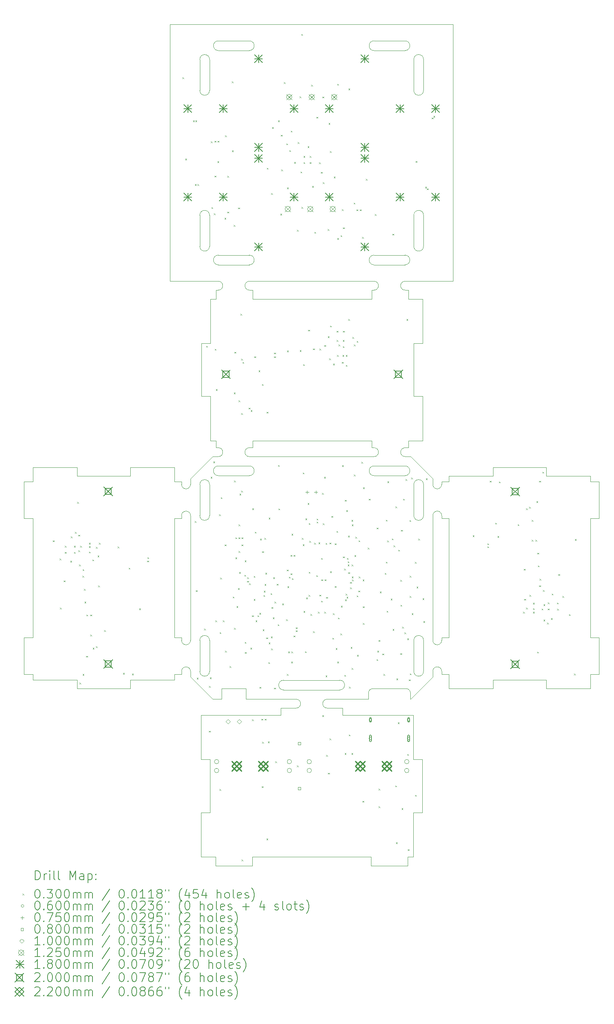
<source format=gbr>
%FSLAX45Y45*%
G04 Gerber Fmt 4.5, Leading zero omitted, Abs format (unit mm)*
G04 Created by KiCad (PCBNEW (6.0.1)) date 2022-11-09 09:08:13*
%MOMM*%
%LPD*%
G01*
G04 APERTURE LIST*
%TA.AperFunction,Profile*%
%ADD10C,0.100000*%
%TD*%
%ADD11C,0.200000*%
%ADD12C,0.030000*%
%ADD13C,0.060000*%
%ADD14C,0.075000*%
%ADD15C,0.080000*%
%ADD16C,0.100000*%
%ADD17C,0.125000*%
%ADD18C,0.180000*%
%ADD19C,0.220000*%
G04 APERTURE END LIST*
D10*
X18089833Y-9553920D02*
G75*
G03*
X17869833Y-9553920I-110000J0D01*
G01*
X22634832Y-20346293D02*
G75*
G03*
X22534832Y-20246293I-100000J0D01*
G01*
X22639832Y-15006272D02*
X22512077Y-15006272D01*
X18089833Y-19156273D02*
G75*
G03*
X17869833Y-19156273I-110000J0D01*
G01*
X22929832Y-9553920D02*
X22929832Y-10253920D01*
X16297517Y-15446272D02*
X15097517Y-15446272D01*
X21684833Y-20486293D02*
X21684833Y-20346293D01*
X17659833Y-19986273D02*
X17659833Y-19857858D01*
X26700832Y-20246273D02*
X26700832Y-19921273D01*
X22699832Y-21846273D02*
X22899832Y-21846273D01*
X22910980Y-14645252D02*
X22910980Y-13645252D01*
X20749829Y-20686273D02*
X21099833Y-20686273D01*
X18224833Y-24046272D02*
X18224833Y-24246272D01*
X19699833Y-20686273D02*
X20049836Y-20686273D01*
X17199833Y-5243920D02*
X23599832Y-5243920D01*
X22509832Y-10673920D02*
X21809833Y-10673920D01*
X17199833Y-11043920D02*
X17199833Y-5243920D01*
X21809500Y-11245252D02*
X21755980Y-11245252D01*
X22599832Y-21896273D02*
G75*
G03*
X22599832Y-21896273I-50000J0D01*
G01*
X23340832Y-16401272D02*
X23500832Y-16401272D01*
X22639832Y-20486273D02*
X23139832Y-19986273D01*
X22509832Y-10673920D02*
G75*
G03*
X22509832Y-10453920I0J110000D01*
G01*
X26700832Y-15571272D02*
X26700832Y-15446272D01*
X23340832Y-19921273D02*
X23500832Y-19921273D01*
X22639832Y-20486273D02*
X22634832Y-20486293D01*
X23340832Y-15571272D02*
X23500832Y-15571272D01*
X19764833Y-20056273D02*
G75*
G03*
X19764833Y-20276273I0J-110000D01*
G01*
X22709832Y-19156273D02*
X22709832Y-19856273D01*
X22710980Y-12445252D02*
X22910980Y-12445252D01*
X23139832Y-15634658D02*
X23139832Y-15506272D01*
X18288950Y-14805252D02*
X18235980Y-14805252D01*
X17457518Y-19921273D02*
X17297518Y-19921273D01*
X22899832Y-21846273D02*
X22899832Y-23046272D01*
X18089833Y-6033920D02*
G75*
G03*
X17869833Y-6033920I-110000J0D01*
G01*
X19065980Y-14805252D02*
X18990635Y-14805252D01*
X18289059Y-11245252D02*
X18235980Y-11245252D01*
X22506148Y-11043920D02*
G75*
G03*
X22516304Y-11245252I5078J-100666D01*
G01*
X22509832Y-5833920D02*
G75*
G03*
X22509832Y-5613920I0J110000D01*
G01*
X19054833Y-24046272D02*
X19054833Y-24246272D01*
X22585980Y-14805252D02*
X22585980Y-14645252D01*
X22929832Y-15636272D02*
G75*
G03*
X22709832Y-15636272I-110000J0D01*
G01*
X23340832Y-16338887D02*
G75*
G03*
X23139832Y-16336320I-100484J2567D01*
G01*
X17869833Y-19156273D02*
X17869833Y-19856273D01*
X23500832Y-19921273D02*
X23500832Y-20246273D01*
X22511365Y-14805252D02*
G75*
G03*
X22512077Y-15006272I356J-100510D01*
G01*
X22929832Y-9553920D02*
G75*
G03*
X22709832Y-9553920I-110000J0D01*
G01*
X14097517Y-19091273D02*
X13897517Y-19091273D01*
X23340832Y-19156680D02*
X23340832Y-19091273D01*
X14097517Y-16401272D02*
X14097517Y-19091273D01*
X15097517Y-20046273D02*
X15097517Y-20246273D01*
X23139832Y-19986273D02*
X23139832Y-19855865D01*
X26700832Y-15446272D02*
X25700832Y-15446272D01*
X18288055Y-11043920D02*
X17199833Y-11043920D01*
X17659833Y-16338388D02*
G75*
G03*
X17457518Y-16338388I-101158J0D01*
G01*
X17457518Y-15634157D02*
G75*
G03*
X17659833Y-15633157I101160J-1D01*
G01*
X19699833Y-20686273D02*
X19699833Y-20846273D01*
X16297517Y-20246273D02*
X16297517Y-20046273D01*
X22709832Y-6733920D02*
G75*
G03*
X22929832Y-6733920I110000J0D01*
G01*
X18224833Y-24046272D02*
X17899833Y-24046272D01*
X26700832Y-15571272D02*
X26900832Y-15571272D01*
X18289833Y-10453920D02*
G75*
G03*
X18289833Y-10673920I0J-110000D01*
G01*
X17457518Y-19091273D02*
X17297518Y-19091273D01*
X16297517Y-20046273D02*
X17297518Y-20046273D01*
X19065980Y-14645252D02*
X21755980Y-14645252D01*
X22910980Y-11445252D02*
X22585980Y-11445252D01*
X22929832Y-16336272D02*
X22929832Y-15636272D01*
X21809390Y-15006272D02*
X18991635Y-15006272D01*
X17899833Y-20846273D02*
X19699833Y-20846273D01*
X17869833Y-16336272D02*
G75*
G03*
X18089833Y-16336272I110000J0D01*
G01*
X17297518Y-20046273D02*
X17297518Y-19921273D01*
X21099833Y-20686273D02*
X21099833Y-20846273D01*
X20395400Y-22096273D02*
G75*
G03*
X20395400Y-22096273I-50000J0D01*
G01*
X26900832Y-19921273D02*
X26900832Y-19091273D01*
X21809500Y-11245253D02*
G75*
G03*
X21809500Y-11043920I0J100666D01*
G01*
X20395400Y-21896273D02*
G75*
G03*
X20395400Y-21896273I-50000J0D01*
G01*
X17457518Y-19091273D02*
X17457518Y-19156676D01*
X18289833Y-15436272D02*
X18989833Y-15436272D01*
X17910980Y-12445252D02*
X17910980Y-13645252D01*
X14097517Y-19921273D02*
X13897517Y-19921273D01*
X23139832Y-19155865D02*
X23139832Y-16336320D01*
X21809833Y-5613920D02*
X22509832Y-5613920D01*
X18990635Y-14805252D02*
G75*
G03*
X18991635Y-15006272I500J-100510D01*
G01*
X22929832Y-19856273D02*
X22929832Y-19156273D01*
X17910980Y-13645252D02*
X18110980Y-13645252D01*
X18099833Y-21846273D02*
X17899833Y-21846273D01*
X23500832Y-16401272D02*
X23500832Y-19091273D01*
X18089833Y-9553920D02*
X18089833Y-10253920D01*
X23500832Y-20246273D02*
X24500832Y-20246273D01*
X18914833Y-20246293D02*
X18364833Y-20246293D01*
X18099833Y-21846273D02*
X18099833Y-23046272D01*
X22699832Y-24046272D02*
X22574832Y-24046272D01*
X17297518Y-15246272D02*
X16297517Y-15246272D01*
X22585980Y-14645252D02*
X22910980Y-14645252D01*
X22509832Y-5833920D02*
X21809833Y-5833920D01*
X26700832Y-19091273D02*
X26700832Y-16401272D01*
X21034833Y-20276273D02*
G75*
G03*
X21034833Y-20056273I0J110000D01*
G01*
X21755980Y-11445252D02*
X19065980Y-11445252D01*
X17457518Y-16338388D02*
X17457518Y-16401272D01*
X18159833Y-15006272D02*
X17659833Y-15506272D01*
X18089833Y-16336272D02*
X18089833Y-15636272D01*
X17659833Y-19153571D02*
X17659833Y-16338388D01*
X20049836Y-20686273D02*
G75*
G03*
X20049836Y-20486293I0J99990D01*
G01*
X19054833Y-24246272D02*
X18224833Y-24246272D01*
X22585980Y-11445252D02*
X22585980Y-11245252D01*
X18364833Y-20486293D02*
X18364833Y-20246293D01*
X22929832Y-6033920D02*
X22929832Y-6733920D01*
X19945820Y-21896273D02*
G75*
G03*
X19945820Y-21896273I-50000J0D01*
G01*
X22534832Y-20246293D02*
X21784833Y-20246293D01*
X17869833Y-6733920D02*
X17869833Y-6033920D01*
X22509832Y-15436272D02*
G75*
G03*
X22509832Y-15216272I0J110000D01*
G01*
X18299833Y-22096273D02*
G75*
G03*
X18299833Y-22096273I-50000J0D01*
G01*
X13897517Y-15571272D02*
X13897517Y-16401272D01*
X17457518Y-19855869D02*
X17457518Y-19921273D01*
X26700832Y-19921273D02*
X26900832Y-19921273D01*
X22929832Y-19156273D02*
G75*
G03*
X22709832Y-19156273I-110000J0D01*
G01*
X21809833Y-5613920D02*
G75*
G03*
X21809833Y-5833920I0J-110000D01*
G01*
X22910980Y-12445252D02*
X22910980Y-11445252D01*
X18110980Y-12445252D02*
X17910980Y-12445252D01*
X21784833Y-20246293D02*
G75*
G03*
X21684833Y-20346293I0J-100000D01*
G01*
X22709832Y-10253920D02*
X22709832Y-9553920D01*
X21744833Y-24046272D02*
X19054833Y-24046272D01*
X23599832Y-11043920D02*
X22506148Y-11043920D01*
X20749836Y-20486293D02*
G75*
G03*
X20749829Y-20686273I1J-99990D01*
G01*
X18235980Y-14805252D02*
X18235980Y-14645252D01*
X17457518Y-15571272D02*
X17297518Y-15571272D01*
X17457518Y-15571272D02*
X17457518Y-15634157D01*
X24500832Y-15446272D02*
X23500832Y-15446272D01*
X15097517Y-15246272D02*
X14097517Y-15246272D01*
X18089833Y-15636272D02*
G75*
G03*
X17869833Y-15636272I-110000J0D01*
G01*
X19764833Y-20276273D02*
X21034833Y-20276273D01*
X23340832Y-19091273D02*
X23500832Y-19091273D01*
X19945820Y-22096273D02*
G75*
G03*
X19945820Y-22096273I-50000J0D01*
G01*
X18989833Y-15436272D02*
G75*
G03*
X18989833Y-15216272I0J110000D01*
G01*
X26700832Y-16401272D02*
X26900832Y-16401272D01*
X18289059Y-11245253D02*
G75*
G03*
X18288055Y-11043920I-502J100666D01*
G01*
X17869833Y-19856273D02*
G75*
G03*
X18089833Y-19856273I110000J0D01*
G01*
X25700832Y-20046273D02*
X25700832Y-20246273D01*
X18089833Y-19856273D02*
X18089833Y-19156273D01*
X18299833Y-21896273D02*
G75*
G03*
X18299833Y-21896273I-50000J0D01*
G01*
X22910980Y-13645252D02*
X22710980Y-13645252D01*
X18288950Y-15006272D02*
G75*
G03*
X18288950Y-14805252I0J100510D01*
G01*
X22709832Y-10253920D02*
G75*
G03*
X22929832Y-10253920I110000J0D01*
G01*
X14097517Y-19921273D02*
X14097517Y-20046273D01*
X23500832Y-15446272D02*
X23500832Y-15571272D01*
X22709832Y-15636272D02*
X22709832Y-16336272D01*
X21809833Y-10453920D02*
X22509832Y-10453920D01*
X21809390Y-15006272D02*
G75*
G03*
X21809390Y-14805252I0J100510D01*
G01*
X17899833Y-21846273D02*
X17899833Y-20846273D01*
X21755980Y-11445252D02*
X21755980Y-11245252D01*
X17457518Y-16401272D02*
X17297518Y-16401272D01*
X18914833Y-20486293D02*
X18914833Y-20246293D01*
X24500832Y-15246272D02*
X24500832Y-15446272D01*
X23139832Y-15506272D02*
X22639832Y-15006272D01*
X17869833Y-6733920D02*
G75*
G03*
X18089833Y-6733920I110000J0D01*
G01*
X17457518Y-19156676D02*
G75*
G03*
X17659833Y-19153571I101182J-12D01*
G01*
X18364833Y-20486293D02*
X18159833Y-20486273D01*
X21099833Y-20846273D02*
X22699832Y-20846273D01*
X18289833Y-15216272D02*
G75*
G03*
X18289833Y-15436272I0J-110000D01*
G01*
X22699832Y-20846273D02*
X22699832Y-21846273D01*
X26900832Y-16401272D02*
X26900832Y-15571272D01*
X18289833Y-5613920D02*
X18989833Y-5613920D01*
X18989833Y-15216272D02*
X18289833Y-15216272D01*
X24500832Y-20246273D02*
X24500832Y-20046273D01*
X18989833Y-5833920D02*
X18289833Y-5833920D01*
X21744833Y-24046272D02*
X21744833Y-24246272D01*
X23599832Y-5243920D02*
X23599832Y-11043920D01*
X17297518Y-19091273D02*
X17297518Y-16401272D01*
X22599832Y-22096273D02*
G75*
G03*
X22599832Y-22096273I-50000J0D01*
G01*
X18289833Y-5613920D02*
G75*
G03*
X18289833Y-5833920I0J-110000D01*
G01*
X18289833Y-10453920D02*
X18989833Y-10453920D01*
X21684833Y-20486293D02*
X20749836Y-20486293D01*
X26700832Y-19091273D02*
X26900832Y-19091273D01*
X18989833Y-10673920D02*
G75*
G03*
X18989833Y-10453920I0J110000D01*
G01*
X22509832Y-15216272D02*
X21809833Y-15216272D01*
X18235980Y-11445252D02*
X18235980Y-11245252D01*
X18110980Y-14645252D02*
X18235980Y-14645252D01*
X21809390Y-14805252D02*
X21755980Y-14805252D01*
X15097517Y-15446272D02*
X15097517Y-15246272D01*
X17869833Y-10253920D02*
X17869833Y-9553920D01*
X21755980Y-14805252D02*
X21755980Y-14645252D01*
X18235980Y-11445252D02*
X18110980Y-11445252D01*
X17869833Y-10253920D02*
G75*
G03*
X18089833Y-10253920I110000J0D01*
G01*
X20049836Y-20486293D02*
X18914833Y-20486293D01*
X17297518Y-15571272D02*
X17297518Y-15246272D01*
X22574832Y-24046272D02*
X22574832Y-24246272D01*
X23340832Y-19855865D02*
G75*
G03*
X23139832Y-19855865I-100500J0D01*
G01*
X22710980Y-13645252D02*
X22710980Y-12445252D01*
X19065980Y-14805252D02*
X19065980Y-14645252D01*
X18990524Y-11043920D02*
G75*
G03*
X18991524Y-11245252I500J-100666D01*
G01*
X22929832Y-6033920D02*
G75*
G03*
X22709832Y-6033920I-110000J0D01*
G01*
X18110980Y-11445252D02*
X18110980Y-12445252D01*
X17899833Y-23046272D02*
X18099833Y-23046272D01*
X21809500Y-11043920D02*
X18990524Y-11043920D01*
X14097517Y-20046273D02*
X15097517Y-20046273D01*
X23139832Y-15634658D02*
G75*
G03*
X23340832Y-15633658I100503J0D01*
G01*
X17899833Y-24046272D02*
X17899833Y-23046272D01*
X24500832Y-20046273D02*
X25700832Y-20046273D01*
X23139833Y-19155865D02*
G75*
G03*
X23340832Y-19156680I100494J-1819D01*
G01*
X18989833Y-10673920D02*
X18289833Y-10673920D01*
X22574832Y-24246272D02*
X21744833Y-24246272D01*
X14097517Y-16401272D02*
X13897517Y-16401272D01*
X23340832Y-19921273D02*
X23340832Y-19855865D01*
X21809833Y-10453920D02*
G75*
G03*
X21809833Y-10673920I0J-110000D01*
G01*
X22585980Y-11245252D02*
X22516304Y-11245252D01*
X18288950Y-15006272D02*
X18159833Y-15006272D01*
X22709832Y-16336272D02*
G75*
G03*
X22929832Y-16336272I110000J0D01*
G01*
X17659833Y-15633157D02*
X17659833Y-15506272D01*
X25700832Y-15246272D02*
X24500832Y-15246272D01*
X18989833Y-5833920D02*
G75*
G03*
X18989833Y-5613920I0J110000D01*
G01*
X22585980Y-14805252D02*
X22511365Y-14805252D01*
X17659833Y-19986273D02*
X18159833Y-20486273D01*
X25700832Y-20246273D02*
X26700832Y-20246273D01*
X14097517Y-15571272D02*
X13897517Y-15571272D01*
X17659833Y-19857858D02*
G75*
G03*
X17457518Y-19855869I-101167J0D01*
G01*
X17869833Y-15636272D02*
X17869833Y-16336272D01*
X18089833Y-6033920D02*
X18089833Y-6733920D01*
X14097517Y-15246272D02*
X14097517Y-15571272D01*
X22899832Y-23046272D02*
X22699832Y-23046272D01*
X16297517Y-15246272D02*
X16297517Y-15446272D01*
X22709832Y-19856273D02*
G75*
G03*
X22929832Y-19856273I110000J0D01*
G01*
X18110980Y-14645252D02*
X18110980Y-13645252D01*
X22634832Y-20486293D02*
X22634832Y-20346293D01*
X15097517Y-20246273D02*
X16297517Y-20246273D01*
X23340832Y-15633658D02*
X23340832Y-15571272D01*
X23340832Y-16401272D02*
X23340832Y-16338887D01*
X19065980Y-11445252D02*
X19065980Y-11245252D01*
X13897517Y-19091273D02*
X13897517Y-19921273D01*
X21034833Y-20056273D02*
X19764833Y-20056273D01*
X25700832Y-15446272D02*
X25700832Y-15246272D01*
X22699832Y-23046272D02*
X22699832Y-24046272D01*
X21809833Y-15216272D02*
G75*
G03*
X21809833Y-15436272I0J-110000D01*
G01*
X21809833Y-15436272D02*
X22509832Y-15436272D01*
X19065980Y-11245252D02*
X18991524Y-11245252D01*
X22709832Y-6733920D02*
X22709832Y-6033920D01*
D11*
D12*
X14549045Y-16897168D02*
X14579045Y-16927168D01*
X14579045Y-16897168D02*
X14549045Y-16927168D01*
X14698905Y-17308648D02*
X14728905Y-17338648D01*
X14728905Y-17308648D02*
X14698905Y-17338648D01*
X14706840Y-18420320D02*
X14736840Y-18450320D01*
X14736840Y-18420320D02*
X14706840Y-18450320D01*
X14792885Y-17803948D02*
X14822885Y-17833948D01*
X14822885Y-17803948D02*
X14792885Y-17833948D01*
X14817774Y-17020004D02*
X14847774Y-17050004D01*
X14847774Y-17020004D02*
X14817774Y-17050004D01*
X14819572Y-17160074D02*
X14849572Y-17190074D01*
X14849572Y-17160074D02*
X14819572Y-17190074D01*
X14940205Y-17361988D02*
X14970205Y-17391988D01*
X14970205Y-17361988D02*
X14940205Y-17391988D01*
X14955445Y-16808268D02*
X14985445Y-16838268D01*
X14985445Y-16808268D02*
X14955445Y-16838268D01*
X15026565Y-17021628D02*
X15056565Y-17051628D01*
X15056565Y-17021628D02*
X15026565Y-17051628D01*
X15026565Y-17161328D02*
X15056565Y-17191328D01*
X15056565Y-17161328D02*
X15026565Y-17191328D01*
X15045965Y-16707587D02*
X15075965Y-16737587D01*
X15075965Y-16707587D02*
X15045965Y-16737587D01*
X15098000Y-16030180D02*
X15128000Y-16060180D01*
X15128000Y-16030180D02*
X15098000Y-16060180D01*
X15125625Y-16772707D02*
X15155625Y-16802708D01*
X15155625Y-16772707D02*
X15125625Y-16802708D01*
X15125625Y-17120688D02*
X15155625Y-17150688D01*
X15155625Y-17120688D02*
X15125625Y-17150688D01*
X15138515Y-17442601D02*
X15168515Y-17472601D01*
X15168515Y-17442601D02*
X15138515Y-17472601D01*
X15148800Y-20109420D02*
X15178800Y-20139420D01*
X15178800Y-20109420D02*
X15148800Y-20139420D01*
X15166265Y-17021628D02*
X15196265Y-17051628D01*
X15196265Y-17021628D02*
X15166265Y-17051628D01*
X15214525Y-17697268D02*
X15244525Y-17727268D01*
X15244525Y-17697268D02*
X15214525Y-17727268D01*
X15222162Y-17549931D02*
X15252162Y-17579931D01*
X15252162Y-17549931D02*
X15222162Y-17579931D01*
X15222460Y-19916380D02*
X15252460Y-19946380D01*
X15252460Y-19916380D02*
X15222460Y-19946380D01*
X15252625Y-17996988D02*
X15282625Y-18026988D01*
X15282625Y-17996988D02*
X15252625Y-18026988D01*
X15262785Y-18284008D02*
X15292785Y-18314008D01*
X15292785Y-18284008D02*
X15262785Y-18314008D01*
X15299521Y-19508090D02*
X15329521Y-19538090D01*
X15329521Y-19508090D02*
X15299521Y-19538090D01*
X15307235Y-18574838D02*
X15337235Y-18604838D01*
X15337235Y-18574838D02*
X15307235Y-18604838D01*
X15364063Y-16953048D02*
X15394063Y-16983048D01*
X15394063Y-16953048D02*
X15364063Y-16983048D01*
X15364063Y-17032009D02*
X15394063Y-17062009D01*
X15394063Y-17032009D02*
X15364063Y-17062009D01*
X15364063Y-17153708D02*
X15394063Y-17183708D01*
X15394063Y-17153708D02*
X15364063Y-17183708D01*
X15392325Y-19025688D02*
X15422325Y-19055688D01*
X15422325Y-19025688D02*
X15392325Y-19055688D01*
X15393510Y-18574922D02*
X15423510Y-18604922D01*
X15423510Y-18574922D02*
X15393510Y-18604922D01*
X15441013Y-17331080D02*
X15471013Y-17361080D01*
X15471013Y-17331080D02*
X15441013Y-17361080D01*
X15450745Y-19322868D02*
X15480745Y-19352868D01*
X15480745Y-19322868D02*
X15450745Y-19352868D01*
X15519325Y-17044488D02*
X15549325Y-17074488D01*
X15549325Y-17044488D02*
X15519325Y-17074488D01*
X15519325Y-19289848D02*
X15549325Y-19319848D01*
X15549325Y-19289848D02*
X15519325Y-19319848D01*
X15559965Y-17242608D02*
X15589965Y-17272608D01*
X15589965Y-17242608D02*
X15559965Y-17272608D01*
X15570125Y-17920788D02*
X15600125Y-17950788D01*
X15600125Y-17920788D02*
X15570125Y-17950788D01*
X15587905Y-16953048D02*
X15617905Y-16983048D01*
X15617905Y-16953048D02*
X15587905Y-16983048D01*
X15709825Y-18926628D02*
X15739825Y-18956628D01*
X15739825Y-18926628D02*
X15709825Y-18956628D01*
X16012400Y-17036020D02*
X16042400Y-17066020D01*
X16042400Y-17036020D02*
X16012400Y-17066020D01*
X16134005Y-19891828D02*
X16164005Y-19921828D01*
X16164005Y-19891828D02*
X16134005Y-19921828D01*
X16263926Y-17517384D02*
X16293926Y-17547384D01*
X16293926Y-17517384D02*
X16263926Y-17547384D01*
X16339745Y-19909608D02*
X16369745Y-19939608D01*
X16369745Y-19909608D02*
X16339745Y-19939608D01*
X16497540Y-18435560D02*
X16527540Y-18465560D01*
X16527540Y-18435560D02*
X16497540Y-18465560D01*
X16680105Y-17354603D02*
X16710105Y-17384603D01*
X16710105Y-17354603D02*
X16680105Y-17384603D01*
X16685185Y-17280708D02*
X16715185Y-17310708D01*
X16715185Y-17280708D02*
X16685185Y-17310708D01*
X17475440Y-6439140D02*
X17505440Y-6469140D01*
X17505440Y-6439140D02*
X17475440Y-6469140D01*
X17541480Y-8273020D02*
X17571480Y-8303020D01*
X17571480Y-8273020D02*
X17541480Y-8303020D01*
X17716740Y-7409420D02*
X17746740Y-7439420D01*
X17746740Y-7409420D02*
X17716740Y-7439420D01*
X17757380Y-16464520D02*
X17787380Y-16494520D01*
X17787380Y-16464520D02*
X17757380Y-16494520D01*
X17762460Y-8849600D02*
X17792460Y-8879600D01*
X17792460Y-8849600D02*
X17762460Y-8879600D01*
X17770080Y-7409420D02*
X17800080Y-7439420D01*
X17800080Y-7409420D02*
X17770080Y-7439420D01*
X17780240Y-18024080D02*
X17810240Y-18054080D01*
X17810240Y-18024080D02*
X17780240Y-18054080D01*
X17803100Y-20000200D02*
X17833100Y-20030200D01*
X17833100Y-20000200D02*
X17803100Y-20030200D01*
X17815800Y-8849600D02*
X17845800Y-8879600D01*
X17845800Y-8849600D02*
X17815800Y-8879600D01*
X17968200Y-18892760D02*
X17998200Y-18922760D01*
X17998200Y-18892760D02*
X17968200Y-18922760D01*
X18013920Y-12504660D02*
X18043920Y-12534660D01*
X18043920Y-12504660D02*
X18013920Y-12534660D01*
X18077420Y-20185620D02*
X18107420Y-20215620D01*
X18107420Y-20185620D02*
X18077420Y-20215620D01*
X18079960Y-21199080D02*
X18109960Y-21229080D01*
X18109960Y-21199080D02*
X18079960Y-21229080D01*
X18100280Y-19992580D02*
X18130280Y-20022580D01*
X18130280Y-19992580D02*
X18100280Y-20022580D01*
X18118060Y-15461220D02*
X18148060Y-15491220D01*
X18148060Y-15461220D02*
X18118060Y-15491220D01*
X18122153Y-7884400D02*
X18152153Y-7914400D01*
X18152153Y-7884400D02*
X18122153Y-7914400D01*
X18133781Y-9372359D02*
X18163781Y-9402359D01*
X18163781Y-9372359D02*
X18133781Y-9402359D01*
X18176480Y-15115780D02*
X18206480Y-15145780D01*
X18206480Y-15115780D02*
X18176480Y-15145780D01*
X18186700Y-9510060D02*
X18216700Y-9540060D01*
X18216700Y-9510060D02*
X18186700Y-9540060D01*
X18205240Y-7873012D02*
X18235240Y-7903012D01*
X18235240Y-7873012D02*
X18205240Y-7903012D01*
X18205973Y-8659100D02*
X18235973Y-8689100D01*
X18235973Y-8659100D02*
X18205973Y-8689100D01*
X18209500Y-12570700D02*
X18239500Y-12600700D01*
X18239500Y-12570700D02*
X18209500Y-12600700D01*
X18222200Y-18706410D02*
X18252200Y-18736410D01*
X18252200Y-18706410D02*
X18222200Y-18736410D01*
X18235425Y-13481740D02*
X18265425Y-13511740D01*
X18265425Y-13481740D02*
X18235425Y-13511740D01*
X18269473Y-8336520D02*
X18299473Y-8366520D01*
X18299473Y-8336520D02*
X18269473Y-8366520D01*
X18275190Y-7873147D02*
X18305190Y-7903147D01*
X18305190Y-7873147D02*
X18275190Y-7903147D01*
X18306020Y-16312120D02*
X18336020Y-16342120D01*
X18336020Y-16312120D02*
X18306020Y-16342120D01*
X18316180Y-22517340D02*
X18346180Y-22547340D01*
X18346180Y-22517340D02*
X18316180Y-22547340D01*
X18321260Y-18974040D02*
X18351260Y-19004040D01*
X18351260Y-18974040D02*
X18321260Y-19004040D01*
X18331420Y-17739600D02*
X18361420Y-17769600D01*
X18361420Y-17739600D02*
X18331420Y-17769600D01*
X18346660Y-15926040D02*
X18376660Y-15956040D01*
X18376660Y-15926040D02*
X18346660Y-15956040D01*
X18391370Y-18706410D02*
X18421370Y-18736410D01*
X18421370Y-18706410D02*
X18391370Y-18736410D01*
X18429493Y-9614140D02*
X18459493Y-9644140D01*
X18459493Y-9614140D02*
X18429493Y-9644140D01*
X18435560Y-16992840D02*
X18465560Y-17022840D01*
X18465560Y-16992840D02*
X18435560Y-17022840D01*
X18440640Y-19393140D02*
X18470640Y-19423140D01*
X18470640Y-19393140D02*
X18440640Y-19423140D01*
X18441803Y-7749320D02*
X18471803Y-7779320D01*
X18471803Y-7749320D02*
X18441803Y-7779320D01*
X18491461Y-9474461D02*
X18521461Y-9504461D01*
X18521461Y-9474461D02*
X18491461Y-9504461D01*
X18492993Y-8666720D02*
X18522993Y-8696720D01*
X18522993Y-8666720D02*
X18492993Y-8696720D01*
X18544780Y-19738580D02*
X18574780Y-19768580D01*
X18574780Y-19738580D02*
X18544780Y-19768580D01*
X18593040Y-6533120D02*
X18623040Y-6563120D01*
X18623040Y-6533120D02*
X18593040Y-6563120D01*
X18598563Y-8088960D02*
X18628563Y-8118960D01*
X18628563Y-8088960D02*
X18598563Y-8118960D01*
X18615900Y-18168860D02*
X18645900Y-18198860D01*
X18645900Y-18168860D02*
X18615900Y-18198860D01*
X18635233Y-9774160D02*
X18665233Y-9804160D01*
X18665233Y-9774160D02*
X18635233Y-9804160D01*
X18641300Y-13556220D02*
X18671300Y-13586220D01*
X18671300Y-13556220D02*
X18641300Y-13586220D01*
X18643840Y-15550120D02*
X18673840Y-15580120D01*
X18673840Y-15550120D02*
X18643840Y-15580120D01*
X18646380Y-18874980D02*
X18676380Y-18904980D01*
X18676380Y-18874980D02*
X18646380Y-18904980D01*
X18653493Y-12640284D02*
X18683493Y-12670284D01*
X18683493Y-12640284D02*
X18653493Y-12670284D01*
X18675049Y-16830280D02*
X18705049Y-16860280D01*
X18705049Y-16830280D02*
X18675049Y-16860280D01*
X18675317Y-17285937D02*
X18705317Y-17315937D01*
X18705317Y-17285937D02*
X18675317Y-17315937D01*
X18702260Y-18382220D02*
X18732260Y-18412220D01*
X18732260Y-18382220D02*
X18702260Y-18412220D01*
X18732740Y-17975820D02*
X18762740Y-18005820D01*
X18762740Y-17975820D02*
X18732740Y-18005820D01*
X18740319Y-9381646D02*
X18770319Y-9411646D01*
X18770319Y-9381646D02*
X18740319Y-9411646D01*
X18745000Y-16540280D02*
X18775000Y-16570280D01*
X18775000Y-16540280D02*
X18745000Y-16570280D01*
X18745000Y-16830280D02*
X18775000Y-16860280D01*
X18775000Y-16830280D02*
X18745000Y-16860280D01*
X18745440Y-13736560D02*
X18775440Y-13766560D01*
X18775440Y-13736560D02*
X18745440Y-13766560D01*
X18745681Y-17137861D02*
X18775681Y-17167861D01*
X18775681Y-17137861D02*
X18745681Y-17167861D01*
X18758140Y-17615140D02*
X18788140Y-17645140D01*
X18788140Y-17615140D02*
X18758140Y-17645140D01*
X18769072Y-15845565D02*
X18799072Y-15875565D01*
X18799072Y-15845565D02*
X18769072Y-15875565D01*
X18788620Y-11780760D02*
X18818620Y-11810760D01*
X18818620Y-11780760D02*
X18788620Y-11810760D01*
X18804385Y-12798480D02*
X18834385Y-12828480D01*
X18834385Y-12798480D02*
X18804385Y-12828480D01*
X18805683Y-15776180D02*
X18835683Y-15806180D01*
X18835683Y-15776180D02*
X18805683Y-15806180D01*
X18808183Y-14023580D02*
X18838183Y-14053580D01*
X18838183Y-14023580D02*
X18808183Y-14053580D01*
X18814020Y-24107380D02*
X18844020Y-24137380D01*
X18844020Y-24107380D02*
X18814020Y-24137380D01*
X18814950Y-16830280D02*
X18844950Y-16860280D01*
X18844950Y-16830280D02*
X18814950Y-16860280D01*
X18816046Y-16989786D02*
X18846046Y-17019786D01*
X18846046Y-16989786D02*
X18816046Y-17019786D01*
X18837405Y-12867060D02*
X18867405Y-12897060D01*
X18867405Y-12867060D02*
X18837405Y-12897060D01*
X18880060Y-17678640D02*
X18910060Y-17708640D01*
X18910060Y-17678640D02*
X18880060Y-17708640D01*
X18885140Y-17350980D02*
X18915140Y-17380980D01*
X18915140Y-17350980D02*
X18885140Y-17380980D01*
X18885140Y-19192480D02*
X18915140Y-19222480D01*
X18915140Y-19192480D02*
X18885140Y-19222480D01*
X18892760Y-19421080D02*
X18922760Y-19451080D01*
X18922760Y-19421080D02*
X18892760Y-19451080D01*
X18940010Y-17734520D02*
X18970010Y-17764520D01*
X18970010Y-17734520D02*
X18940010Y-17764520D01*
X18940010Y-17814009D02*
X18970010Y-17844009D01*
X18970010Y-17814009D02*
X18940010Y-17844009D01*
X18976267Y-13902265D02*
X19006267Y-13932265D01*
X19006267Y-13902265D02*
X18976267Y-13932265D01*
X18985915Y-17867425D02*
X19015915Y-17897425D01*
X19015915Y-17867425D02*
X18985915Y-17897425D01*
X19012140Y-19326090D02*
X19042140Y-19356090D01*
X19042140Y-19326090D02*
X19012140Y-19356090D01*
X19020583Y-13957222D02*
X19050583Y-13987222D01*
X19050583Y-13957222D02*
X19020583Y-13987222D01*
X19052780Y-20942540D02*
X19082780Y-20972540D01*
X19082780Y-20942540D02*
X19052780Y-20972540D01*
X19053790Y-18591510D02*
X19083790Y-18621510D01*
X19083790Y-18591510D02*
X19053790Y-18621510D01*
X19057860Y-16174960D02*
X19087860Y-16204960D01*
X19087860Y-16174960D02*
X19057860Y-16204960D01*
X19088340Y-18222200D02*
X19118340Y-18252200D01*
X19118340Y-18222200D02*
X19088340Y-18252200D01*
X19091890Y-17700986D02*
X19121890Y-17730986D01*
X19121890Y-17700986D02*
X19091890Y-17730986D01*
X19101565Y-12740060D02*
X19131565Y-12770060D01*
X19131565Y-12740060D02*
X19101565Y-12770060D01*
X19113740Y-16703280D02*
X19143740Y-16733280D01*
X19143740Y-16703280D02*
X19113740Y-16733280D01*
X19131843Y-18706410D02*
X19161843Y-18736410D01*
X19161843Y-18706410D02*
X19131843Y-18736410D01*
X19174700Y-18593040D02*
X19204700Y-18623040D01*
X19204700Y-18593040D02*
X19174700Y-18623040D01*
X19200625Y-13057560D02*
X19230625Y-13087560D01*
X19230625Y-13057560D02*
X19200625Y-13087560D01*
X19216650Y-18537064D02*
X19246650Y-18567064D01*
X19246650Y-18537064D02*
X19216650Y-18567064D01*
X19220420Y-20208480D02*
X19250420Y-20238480D01*
X19250420Y-20208480D02*
X19220420Y-20238480D01*
X19233120Y-16860760D02*
X19263120Y-16890760D01*
X19263120Y-16860760D02*
X19233120Y-16890760D01*
X19264393Y-20929840D02*
X19294393Y-20959840D01*
X19294393Y-20929840D02*
X19264393Y-20959840D01*
X19273760Y-22451300D02*
X19303760Y-22481300D01*
X19303760Y-22451300D02*
X19273760Y-22481300D01*
X19276300Y-13368260D02*
X19306300Y-13398260D01*
X19306300Y-13368260D02*
X19276300Y-13398260D01*
X19281380Y-17145240D02*
X19311380Y-17175240D01*
X19311380Y-17145240D02*
X19281380Y-17175240D01*
X19281380Y-21450540D02*
X19311380Y-21480540D01*
X19311380Y-21450540D02*
X19281380Y-21480540D01*
X19291540Y-18910540D02*
X19321540Y-18940540D01*
X19321540Y-18910540D02*
X19291540Y-18940540D01*
X19310076Y-18135084D02*
X19340076Y-18165084D01*
X19340076Y-18135084D02*
X19310076Y-18165084D01*
X19317950Y-18035804D02*
X19347950Y-18065804D01*
X19347950Y-18035804D02*
X19317950Y-18065804D01*
X19332180Y-16845520D02*
X19362180Y-16875520D01*
X19362180Y-16845520D02*
X19332180Y-16875520D01*
X19334720Y-17884380D02*
X19364720Y-17914380D01*
X19364720Y-17884380D02*
X19334720Y-17914380D01*
X19339393Y-20929840D02*
X19369393Y-20959840D01*
X19369393Y-20929840D02*
X19339393Y-20959840D01*
X19352500Y-17630380D02*
X19382500Y-17660380D01*
X19382500Y-17630380D02*
X19352500Y-17660380D01*
X19373264Y-19091325D02*
X19403264Y-19121325D01*
X19403264Y-19091325D02*
X19373264Y-19121325D01*
X19377900Y-23632400D02*
X19407900Y-23662400D01*
X19407900Y-23632400D02*
X19377900Y-23662400D01*
X19380440Y-13995640D02*
X19410440Y-14025640D01*
X19410440Y-13995640D02*
X19380440Y-14025640D01*
X19387073Y-8481300D02*
X19417073Y-8511300D01*
X19417073Y-8481300D02*
X19387073Y-8511300D01*
X19412010Y-21440380D02*
X19442010Y-21470380D01*
X19442010Y-21440380D02*
X19412010Y-21470380D01*
X19418540Y-19649680D02*
X19448540Y-19679680D01*
X19448540Y-19649680D02*
X19418540Y-19679680D01*
X19428214Y-19206190D02*
X19458214Y-19236190D01*
X19458214Y-19206190D02*
X19428214Y-19236190D01*
X19428690Y-16385790D02*
X19458690Y-16415790D01*
X19458690Y-16385790D02*
X19428690Y-16415790D01*
X19471880Y-18092660D02*
X19501880Y-18122660D01*
X19501880Y-18092660D02*
X19471880Y-18122660D01*
X19479500Y-19068020D02*
X19509500Y-19098020D01*
X19509500Y-19068020D02*
X19479500Y-19098020D01*
X19482040Y-19339800D02*
X19512040Y-19369800D01*
X19512040Y-19339800D02*
X19482040Y-19369800D01*
X19483593Y-9053970D02*
X19513593Y-9083970D01*
X19513593Y-9053970D02*
X19483593Y-9083970D01*
X19492200Y-18405390D02*
X19522200Y-18435390D01*
X19522200Y-18405390D02*
X19492200Y-18435390D01*
X19503913Y-7561820D02*
X19533913Y-7591820D01*
X19533913Y-7561820D02*
X19503913Y-7591820D01*
X19522680Y-18638760D02*
X19552680Y-18668760D01*
X19552680Y-18638760D02*
X19522680Y-18668760D01*
X19530300Y-17731980D02*
X19560300Y-17761980D01*
X19560300Y-17731980D02*
X19530300Y-17761980D01*
X19550620Y-20226260D02*
X19580620Y-20256260D01*
X19580620Y-20226260D02*
X19550620Y-20256260D01*
X19552330Y-12741245D02*
X19582330Y-12771245D01*
X19582330Y-12741245D02*
X19552330Y-12771245D01*
X19552415Y-12654970D02*
X19582415Y-12684970D01*
X19582415Y-12654970D02*
X19552415Y-12684970D01*
X19560094Y-18284254D02*
X19590094Y-18314254D01*
X19590094Y-18284254D02*
X19560094Y-18314254D01*
X19576020Y-21887420D02*
X19606020Y-21917420D01*
X19606020Y-21887420D02*
X19576020Y-21917420D01*
X19609040Y-17881840D02*
X19639040Y-17911840D01*
X19639040Y-17881840D02*
X19609040Y-17911840D01*
X19631900Y-18793700D02*
X19661900Y-18823700D01*
X19661900Y-18793700D02*
X19631900Y-18823700D01*
X19638533Y-7409420D02*
X19668533Y-7439420D01*
X19668533Y-7409420D02*
X19638533Y-7439420D01*
X19639520Y-15197060D02*
X19669520Y-15227060D01*
X19669520Y-15197060D02*
X19639520Y-15227060D01*
X19647140Y-16180040D02*
X19677140Y-16210040D01*
X19677140Y-16180040D02*
X19647140Y-16210040D01*
X19692860Y-9520160D02*
X19722860Y-9550160D01*
X19722860Y-9520160D02*
X19692860Y-9550160D01*
X19702033Y-7737080D02*
X19732033Y-7767080D01*
X19732033Y-7737080D02*
X19702033Y-7767080D01*
X19712193Y-8519400D02*
X19742193Y-8549400D01*
X19742193Y-8519400D02*
X19712193Y-8549400D01*
X19733500Y-18326340D02*
X19763500Y-18356340D01*
X19763500Y-18326340D02*
X19733500Y-18356340D01*
X19773153Y-6545820D02*
X19803153Y-6575820D01*
X19803153Y-6545820D02*
X19773153Y-6575820D01*
X19822400Y-18679400D02*
X19852400Y-18709400D01*
X19852400Y-18679400D02*
X19822400Y-18709400D01*
X19826493Y-7932660D02*
X19856493Y-7962660D01*
X19856493Y-7932660D02*
X19826493Y-7962660D01*
X19837640Y-19918920D02*
X19867640Y-19948920D01*
X19867640Y-19918920D02*
X19837640Y-19948920D01*
X19841246Y-17557786D02*
X19871246Y-17587786D01*
X19871246Y-17557786D02*
X19841246Y-17587786D01*
X19843245Y-12610520D02*
X19873245Y-12640520D01*
X19873245Y-12610520D02*
X19843245Y-12640520D01*
X19844273Y-8925800D02*
X19874273Y-8955800D01*
X19874273Y-8925800D02*
X19844273Y-8955800D01*
X19850340Y-17935180D02*
X19880340Y-17965180D01*
X19880340Y-17935180D02*
X19850340Y-17965180D01*
X19869046Y-19409189D02*
X19899046Y-19439189D01*
X19899046Y-19409189D02*
X19869046Y-19439189D01*
X19886662Y-17719280D02*
X19916662Y-17749280D01*
X19916662Y-17719280D02*
X19886662Y-17749280D01*
X19895073Y-8086590D02*
X19925073Y-8116590D01*
X19925073Y-8086590D02*
X19895073Y-8116590D01*
X19924000Y-17228631D02*
X19954000Y-17258631D01*
X19954000Y-17228631D02*
X19924000Y-17258631D01*
X19925751Y-17644831D02*
X19955751Y-17674831D01*
X19955751Y-17644831D02*
X19925751Y-17674831D01*
X19927553Y-7642560D02*
X19957553Y-7672560D01*
X19957553Y-7642560D02*
X19927553Y-7672560D01*
X19936700Y-19639520D02*
X19966700Y-19669520D01*
X19966700Y-19639520D02*
X19936700Y-19669520D01*
X19938996Y-19409336D02*
X19968996Y-19439336D01*
X19968996Y-19409336D02*
X19938996Y-19439336D01*
X19946860Y-16749000D02*
X19976860Y-16779000D01*
X19976860Y-16749000D02*
X19946860Y-16779000D01*
X19951940Y-17754840D02*
X19981940Y-17784840D01*
X19981940Y-17754840D02*
X19951940Y-17784840D01*
X19992373Y-19049419D02*
X20022373Y-19079419D01*
X20022373Y-19049419D02*
X19992373Y-19079419D01*
X19993950Y-17228631D02*
X20023950Y-17258631D01*
X20023950Y-17228631D02*
X19993950Y-17258631D01*
X20004293Y-8349220D02*
X20034293Y-8379220D01*
X20034293Y-8349220D02*
X20004293Y-8379220D01*
X20043380Y-18930860D02*
X20073380Y-18960860D01*
X20073380Y-18930860D02*
X20043380Y-18960860D01*
X20043697Y-18860910D02*
X20073697Y-18890910D01*
X20073697Y-18860910D02*
X20043697Y-18890910D01*
X20066240Y-21981400D02*
X20096240Y-22011400D01*
X20096240Y-21981400D02*
X20066240Y-22011400D01*
X20067793Y-9883380D02*
X20097793Y-9913380D01*
X20097793Y-9883380D02*
X20067793Y-9913380D01*
X20085573Y-7904720D02*
X20115573Y-7934720D01*
X20115573Y-7904720D02*
X20085573Y-7934720D01*
X20128753Y-6870940D02*
X20158753Y-6900940D01*
X20158753Y-6870940D02*
X20128753Y-6900940D01*
X20130265Y-12600360D02*
X20160265Y-12630360D01*
X20160265Y-12600360D02*
X20130265Y-12630360D01*
X20149073Y-8567660D02*
X20179073Y-8597660D01*
X20179073Y-8567660D02*
X20149073Y-8597660D01*
X20165300Y-5461240D02*
X20195300Y-5491240D01*
X20195300Y-5461240D02*
X20165300Y-5491240D01*
X20167840Y-9365220D02*
X20197840Y-9395220D01*
X20197840Y-9365220D02*
X20167840Y-9395220D01*
X20177355Y-16843625D02*
X20207355Y-16873625D01*
X20207355Y-16843625D02*
X20177355Y-16873625D01*
X20198320Y-15367240D02*
X20228320Y-15397240D01*
X20228320Y-15367240D02*
X20198320Y-15397240D01*
X20200860Y-16987760D02*
X20230860Y-17017760D01*
X20230860Y-16987760D02*
X20200860Y-17017760D01*
X20206465Y-12917860D02*
X20236465Y-12947860D01*
X20236465Y-12917860D02*
X20206465Y-12947860D01*
X20216100Y-18495590D02*
X20246100Y-18525590D01*
X20246100Y-18495590D02*
X20216100Y-18525590D01*
X20217653Y-8214600D02*
X20247653Y-8244600D01*
X20247653Y-8214600D02*
X20217653Y-8244600D01*
X20217653Y-8354300D02*
X20247653Y-8384300D01*
X20247653Y-8354300D02*
X20217653Y-8384300D01*
X20249120Y-19405840D02*
X20279120Y-19435840D01*
X20279120Y-19405840D02*
X20249120Y-19435840D01*
X20256740Y-16403560D02*
X20286740Y-16433560D01*
X20286740Y-16403560D02*
X20256740Y-16433560D01*
X20274967Y-18187570D02*
X20304967Y-18217570D01*
X20304967Y-18187570D02*
X20274967Y-18217570D01*
X20310080Y-16055580D02*
X20340080Y-16085580D01*
X20340080Y-16055580D02*
X20310080Y-16085580D01*
X20310567Y-7997634D02*
X20340567Y-8027634D01*
X20340567Y-7997634D02*
X20310567Y-8027634D01*
X20323305Y-12140620D02*
X20353305Y-12170620D01*
X20353305Y-12140620D02*
X20323305Y-12170620D01*
X20330090Y-18132620D02*
X20360090Y-18162620D01*
X20360090Y-18132620D02*
X20330090Y-18162620D01*
X20334883Y-17609579D02*
X20364883Y-17639579D01*
X20364883Y-17609579D02*
X20334883Y-17639579D01*
X20335480Y-16510240D02*
X20365480Y-16540240D01*
X20365480Y-16510240D02*
X20335480Y-16540240D01*
X20348083Y-16909194D02*
X20378083Y-16939194D01*
X20378083Y-16909194D02*
X20348083Y-16939194D01*
X20357353Y-8214600D02*
X20387353Y-8244600D01*
X20387353Y-8214600D02*
X20357353Y-8244600D01*
X20357353Y-8354300D02*
X20387353Y-8384300D01*
X20387353Y-8354300D02*
X20357353Y-8384300D01*
X20373580Y-18560020D02*
X20403580Y-18590020D01*
X20403580Y-18560020D02*
X20373580Y-18590020D01*
X20387833Y-6606780D02*
X20417833Y-6636780D01*
X20417833Y-6606780D02*
X20387833Y-6636780D01*
X20410693Y-8895320D02*
X20440693Y-8925320D01*
X20440693Y-8895320D02*
X20410693Y-8925320D01*
X20429985Y-12562260D02*
X20459985Y-12592260D01*
X20459985Y-12562260D02*
X20429985Y-12592260D01*
X20432000Y-18953720D02*
X20462000Y-18983720D01*
X20462000Y-18953720D02*
X20432000Y-18983720D01*
X20459143Y-16955175D02*
X20489143Y-16985175D01*
X20489143Y-16955175D02*
X20459143Y-16985175D01*
X20461493Y-9931640D02*
X20491493Y-9961640D01*
X20491493Y-9931640D02*
X20461493Y-9961640D01*
X20505660Y-17686260D02*
X20535660Y-17716260D01*
X20535660Y-17686260D02*
X20505660Y-17716260D01*
X20509753Y-7330680D02*
X20539753Y-7360680D01*
X20539753Y-7330680D02*
X20509753Y-7360680D01*
X20513280Y-16406100D02*
X20543280Y-16436100D01*
X20543280Y-16406100D02*
X20513280Y-16436100D01*
X20514172Y-16476045D02*
X20544172Y-16506045D01*
X20544172Y-16476045D02*
X20514172Y-16506045D01*
X20541220Y-18511760D02*
X20571220Y-18541760D01*
X20571220Y-18511760D02*
X20541220Y-18541760D01*
X20554035Y-16945065D02*
X20584035Y-16975065D01*
X20584035Y-16945065D02*
X20554035Y-16975065D01*
X20567417Y-8360136D02*
X20597417Y-8390136D01*
X20597417Y-8360136D02*
X20567417Y-8390136D01*
X20576780Y-18125680D02*
X20606780Y-18155680D01*
X20606780Y-18125680D02*
X20576780Y-18155680D01*
X20577322Y-12569897D02*
X20607322Y-12599897D01*
X20607322Y-12569897D02*
X20577322Y-12599897D01*
X20608813Y-8575280D02*
X20638813Y-8605280D01*
X20638813Y-8575280D02*
X20608813Y-8605280D01*
X20613608Y-18261573D02*
X20643608Y-18291573D01*
X20643608Y-18261573D02*
X20613608Y-18291573D01*
X20614880Y-17295100D02*
X20644880Y-17325100D01*
X20644880Y-17295100D02*
X20614880Y-17325100D01*
X20619960Y-17780240D02*
X20649960Y-17810240D01*
X20649960Y-17780240D02*
X20619960Y-17810240D01*
X20635200Y-15829520D02*
X20665200Y-15859520D01*
X20665200Y-15829520D02*
X20635200Y-15859520D01*
X20637740Y-20846020D02*
X20667740Y-20876020D01*
X20667740Y-20846020D02*
X20637740Y-20876020D01*
X20641833Y-6873480D02*
X20671833Y-6903480D01*
X20671833Y-6873480D02*
X20641833Y-6903480D01*
X20650440Y-16512780D02*
X20680440Y-16542780D01*
X20680440Y-16512780D02*
X20650440Y-16542780D01*
X20651993Y-8808960D02*
X20681993Y-8838960D01*
X20681993Y-8808960D02*
X20651993Y-8838960D01*
X20680920Y-15463760D02*
X20710920Y-15493760D01*
X20710920Y-15463760D02*
X20680920Y-15493760D01*
X20684420Y-18510800D02*
X20714420Y-18540800D01*
X20714420Y-18510800D02*
X20684420Y-18540800D01*
X20684652Y-12486250D02*
X20714652Y-12516250D01*
X20714652Y-12486250D02*
X20684652Y-12516250D01*
X20693620Y-17780240D02*
X20723620Y-17810240D01*
X20723620Y-17780240D02*
X20693620Y-17810240D01*
X20714814Y-16958154D02*
X20744814Y-16988154D01*
X20744814Y-16958154D02*
X20714814Y-16988154D01*
X20716480Y-19949400D02*
X20746480Y-19979400D01*
X20746480Y-19949400D02*
X20716480Y-19979400D01*
X20727749Y-18176400D02*
X20757749Y-18206400D01*
X20757749Y-18176400D02*
X20727749Y-18206400D01*
X20729180Y-21747720D02*
X20759180Y-21777720D01*
X20759180Y-21747720D02*
X20729180Y-21777720D01*
X20761213Y-9865600D02*
X20791213Y-9895600D01*
X20791213Y-9865600D02*
X20761213Y-9895600D01*
X20765265Y-12287940D02*
X20795265Y-12317940D01*
X20795265Y-12287940D02*
X20765265Y-12317940D01*
X20769820Y-22149040D02*
X20799820Y-22179040D01*
X20799820Y-22149040D02*
X20769820Y-22179040D01*
X20781533Y-7472920D02*
X20811533Y-7502920D01*
X20811533Y-7472920D02*
X20781533Y-7502920D01*
X20796173Y-12788748D02*
X20826173Y-12818748D01*
X20826173Y-12788748D02*
X20796173Y-12818748D01*
X20802840Y-21371800D02*
X20832840Y-21401800D01*
X20832840Y-21371800D02*
X20802840Y-21401800D01*
X20803200Y-16947480D02*
X20833200Y-16977480D01*
X20833200Y-16947480D02*
X20803200Y-16977480D01*
X20812013Y-8107920D02*
X20842013Y-8137920D01*
X20842013Y-8107920D02*
X20812013Y-8137920D01*
X20818080Y-17594820D02*
X20848080Y-17624820D01*
X20848080Y-17594820D02*
X20818080Y-17624820D01*
X20818605Y-12046640D02*
X20848605Y-12076640D01*
X20848605Y-12046640D02*
X20818605Y-12076640D01*
X20848560Y-16347680D02*
X20878560Y-16377680D01*
X20878560Y-16347680D02*
X20848560Y-16377680D01*
X20866340Y-19101040D02*
X20896340Y-19131040D01*
X20896340Y-19101040D02*
X20866340Y-19131040D01*
X20881580Y-18547320D02*
X20911580Y-18577320D01*
X20911580Y-18547320D02*
X20881580Y-18577320D01*
X20884645Y-12907700D02*
X20914645Y-12937700D01*
X20914645Y-12907700D02*
X20884645Y-12937700D01*
X20900913Y-8681960D02*
X20930913Y-8711960D01*
X20930913Y-8681960D02*
X20900913Y-8711960D01*
X20922220Y-17930100D02*
X20952220Y-17960100D01*
X20952220Y-17930100D02*
X20922220Y-17960100D01*
X20924760Y-16967440D02*
X20954760Y-16997440D01*
X20954760Y-16967440D02*
X20924760Y-16997440D01*
X20942540Y-19334720D02*
X20972540Y-19364720D01*
X20972540Y-19334720D02*
X20942540Y-19364720D01*
X20960300Y-16688060D02*
X20990300Y-16718060D01*
X20990300Y-16688060D02*
X20960300Y-16718060D01*
X20965925Y-12374300D02*
X20995925Y-12404300D01*
X20995925Y-12374300D02*
X20965925Y-12404300D01*
X20967178Y-12167307D02*
X20997178Y-12197307D01*
X20997178Y-12167307D02*
X20967178Y-12197307D01*
X20973545Y-12711798D02*
X21003545Y-12741798D01*
X21003545Y-12711798D02*
X20973545Y-12741798D01*
X20978100Y-10069019D02*
X21008100Y-10099019D01*
X21008100Y-10069019D02*
X20978100Y-10099019D01*
X20978100Y-19636980D02*
X21008100Y-19666980D01*
X21008100Y-19636980D02*
X20978100Y-19666980D01*
X20979653Y-6586460D02*
X21009653Y-6616460D01*
X21009653Y-6586460D02*
X20979653Y-6616460D01*
X20993340Y-18641300D02*
X21023340Y-18671300D01*
X21023340Y-18641300D02*
X20993340Y-18671300D01*
X21006565Y-12473360D02*
X21036565Y-12503360D01*
X21036565Y-12473360D02*
X21006565Y-12503360D01*
X21048890Y-19004520D02*
X21078890Y-19034520D01*
X21078890Y-19004520D02*
X21048890Y-19034520D01*
X21054300Y-10007840D02*
X21084300Y-10037840D01*
X21084300Y-10007840D02*
X21054300Y-10037840D01*
X21061920Y-18374600D02*
X21091920Y-18404600D01*
X21091920Y-18374600D02*
X21061920Y-18404600D01*
X21082765Y-12867060D02*
X21112765Y-12897060D01*
X21112765Y-12867060D02*
X21082765Y-12897060D01*
X21084780Y-9416020D02*
X21114780Y-9446020D01*
X21114780Y-9416020D02*
X21084780Y-9446020D01*
X21089860Y-15199600D02*
X21119860Y-15229600D01*
X21119860Y-15199600D02*
X21089860Y-15229600D01*
X21095244Y-12711798D02*
X21125244Y-12741798D01*
X21125244Y-12711798D02*
X21095244Y-12741798D01*
X21105625Y-12374300D02*
X21135625Y-12404300D01*
X21135625Y-12374300D02*
X21105625Y-12404300D01*
X21105625Y-12514000D02*
X21135625Y-12544000D01*
X21135625Y-12514000D02*
X21105625Y-12544000D01*
X21107248Y-12165509D02*
X21137248Y-12195509D01*
X21137248Y-12165509D02*
X21107248Y-12195509D01*
X21107640Y-9830040D02*
X21137640Y-9860040D01*
X21137640Y-9830040D02*
X21107640Y-9860040D01*
X21110180Y-17262080D02*
X21140180Y-17292080D01*
X21140180Y-17262080D02*
X21110180Y-17292080D01*
X21133554Y-17538483D02*
X21163554Y-17568483D01*
X21163554Y-17538483D02*
X21133554Y-17568483D01*
X21138120Y-19936700D02*
X21168120Y-19966700D01*
X21168120Y-19936700D02*
X21138120Y-19966700D01*
X21148280Y-21704540D02*
X21178280Y-21734540D01*
X21178280Y-21704540D02*
X21148280Y-21734540D01*
X21153360Y-15984460D02*
X21183360Y-16014460D01*
X21183360Y-15984460D02*
X21153360Y-16014460D01*
X21157272Y-18234229D02*
X21187272Y-18264229D01*
X21187272Y-18234229D02*
X21157272Y-18264229D01*
X21168600Y-18105360D02*
X21198600Y-18135360D01*
X21198600Y-18105360D02*
X21168600Y-18135360D01*
X21174205Y-12711798D02*
X21204205Y-12741798D01*
X21204205Y-12711798D02*
X21174205Y-12741798D01*
X21174205Y-12935640D02*
X21204205Y-12965640D01*
X21204205Y-12935640D02*
X21174205Y-12965640D01*
X21182861Y-16218091D02*
X21212861Y-16248091D01*
X21212861Y-16218091D02*
X21182861Y-16248091D01*
X21189464Y-18172126D02*
X21219464Y-18202126D01*
X21219464Y-18172126D02*
X21189464Y-18202126D01*
X21196540Y-17297640D02*
X21226540Y-17327640D01*
X21226540Y-17297640D02*
X21196540Y-17327640D01*
X21215730Y-17371033D02*
X21245730Y-17401033D01*
X21245730Y-17371033D02*
X21215730Y-17401033D01*
X21215730Y-17446033D02*
X21245730Y-17476033D01*
X21245730Y-17446033D02*
X21215730Y-17476033D01*
X21221940Y-16792180D02*
X21251940Y-16822180D01*
X21251940Y-16792180D02*
X21221940Y-16822180D01*
X21229734Y-17619158D02*
X21259734Y-17649158D01*
X21259734Y-17619158D02*
X21229734Y-17649158D01*
X21230085Y-11896780D02*
X21260085Y-11926780D01*
X21260085Y-11896780D02*
X21230085Y-11926780D01*
X21232403Y-6690600D02*
X21262403Y-6720600D01*
X21262403Y-6690600D02*
X21232403Y-6720600D01*
X21239720Y-21282900D02*
X21269720Y-21312900D01*
X21269720Y-21282900D02*
X21239720Y-21312900D01*
X21244800Y-20205940D02*
X21274800Y-20235940D01*
X21274800Y-20205940D02*
X21244800Y-20235940D01*
X21268077Y-17960997D02*
X21298077Y-17990997D01*
X21298077Y-17960997D02*
X21268077Y-17990997D01*
X21269686Y-17838813D02*
X21299686Y-17868813D01*
X21299686Y-17838813D02*
X21269686Y-17868813D01*
X21282900Y-19309320D02*
X21312900Y-19339320D01*
X21312900Y-19309320D02*
X21282900Y-19339320D01*
X21299083Y-16439120D02*
X21329083Y-16469120D01*
X21329083Y-16439120D02*
X21299083Y-16469120D01*
X21300680Y-21705470D02*
X21330680Y-21735470D01*
X21330680Y-21705470D02*
X21300680Y-21735470D01*
X21302756Y-17446352D02*
X21332756Y-17476352D01*
X21332756Y-17446352D02*
X21302756Y-17476352D01*
X21303220Y-19779220D02*
X21333220Y-19809220D01*
X21333220Y-19779220D02*
X21303220Y-19809220D01*
X21308300Y-17714200D02*
X21338300Y-17744200D01*
X21338300Y-17714200D02*
X21308300Y-17744200D01*
X21308564Y-16540455D02*
X21338564Y-16570455D01*
X21338564Y-16540455D02*
X21308564Y-16570455D01*
X21314630Y-17783863D02*
X21344630Y-17813863D01*
X21344630Y-17783863D02*
X21314630Y-17813863D01*
X21318985Y-12303180D02*
X21348985Y-12333180D01*
X21348985Y-12303180D02*
X21318985Y-12333180D01*
X21351397Y-9269669D02*
X21381397Y-9299669D01*
X21381397Y-9269669D02*
X21351397Y-9299669D01*
X21354020Y-15410420D02*
X21384020Y-15440420D01*
X21384020Y-15410420D02*
X21354020Y-15440420D01*
X21354545Y-12473360D02*
X21384545Y-12503360D01*
X21384545Y-12473360D02*
X21354545Y-12503360D01*
X21367043Y-17234140D02*
X21397043Y-17264140D01*
X21397043Y-17234140D02*
X21367043Y-17264140D01*
X21387040Y-16817580D02*
X21417040Y-16847580D01*
X21417040Y-16817580D02*
X21387040Y-16847580D01*
X21412890Y-9421100D02*
X21442890Y-9451100D01*
X21442890Y-9421100D02*
X21412890Y-9451100D01*
X21418952Y-18142352D02*
X21448952Y-18172352D01*
X21448952Y-18142352D02*
X21418952Y-18172352D01*
X21419665Y-12393700D02*
X21449665Y-12423700D01*
X21449665Y-12393700D02*
X21419665Y-12423700D01*
X21425140Y-19484580D02*
X21455140Y-19514580D01*
X21455140Y-19484580D02*
X21425140Y-19514580D01*
X21458160Y-18034240D02*
X21488160Y-18064240D01*
X21488160Y-18034240D02*
X21458160Y-18064240D01*
X21460700Y-16898860D02*
X21490700Y-16928860D01*
X21490700Y-16898860D02*
X21460700Y-16928860D01*
X21465780Y-17713803D02*
X21495780Y-17743803D01*
X21495780Y-17713803D02*
X21465780Y-17743803D01*
X21488351Y-9423351D02*
X21518351Y-9453351D01*
X21518351Y-9423351D02*
X21488351Y-9453351D01*
X21524200Y-15123400D02*
X21554200Y-15153400D01*
X21554200Y-15123400D02*
X21524200Y-15153400D01*
X21542459Y-10045973D02*
X21572459Y-10075973D01*
X21572459Y-10045973D02*
X21542459Y-10075973D01*
X21549600Y-22784040D02*
X21579600Y-22814040D01*
X21579600Y-22784040D02*
X21549600Y-22814040D01*
X21554680Y-17785320D02*
X21584680Y-17815320D01*
X21584680Y-17785320D02*
X21554680Y-17815320D01*
X21557220Y-18389840D02*
X21587220Y-18419840D01*
X21587220Y-18389840D02*
X21557220Y-18419840D01*
X21559760Y-18763220D02*
X21589760Y-18793220D01*
X21589760Y-18763220D02*
X21559760Y-18793220D01*
X21563983Y-15699980D02*
X21593983Y-15729980D01*
X21593983Y-15699980D02*
X21563983Y-15729980D01*
X21625800Y-8732760D02*
X21655800Y-8762760D01*
X21655800Y-8732760D02*
X21625800Y-8762760D01*
X21668980Y-17063960D02*
X21698980Y-17093960D01*
X21698980Y-17063960D02*
X21668980Y-17093960D01*
X21694380Y-15959060D02*
X21724380Y-15989060D01*
X21724380Y-15959060D02*
X21694380Y-15989060D01*
X21829000Y-9527780D02*
X21859000Y-9557780D01*
X21859000Y-9527780D02*
X21829000Y-9557780D01*
X21866770Y-19583640D02*
X21896770Y-19613640D01*
X21896770Y-19583640D02*
X21866770Y-19613640D01*
X21869918Y-16611562D02*
X21899918Y-16641562D01*
X21899918Y-16611562D02*
X21869918Y-16641562D01*
X21884880Y-19390600D02*
X21914880Y-19420600D01*
X21914880Y-19390600D02*
X21884880Y-19420600D01*
X21912820Y-22507180D02*
X21942820Y-22537180D01*
X21942820Y-22507180D02*
X21912820Y-22537180D01*
X21915360Y-19149300D02*
X21945360Y-19179300D01*
X21945360Y-19149300D02*
X21915360Y-19179300D01*
X21915360Y-22903420D02*
X21945360Y-22933420D01*
X21945360Y-22903420D02*
X21915360Y-22933420D01*
X21943300Y-18054560D02*
X21973300Y-18084560D01*
X21973300Y-18054560D02*
X21943300Y-18084560D01*
X21999180Y-19454100D02*
X22029180Y-19484100D01*
X22029180Y-19454100D02*
X21999180Y-19484100D01*
X22025800Y-19917600D02*
X22055800Y-19947600D01*
X22055800Y-19917600D02*
X22025800Y-19947600D01*
X22052520Y-17635460D02*
X22082520Y-17665460D01*
X22082520Y-17635460D02*
X22052520Y-17665460D01*
X22080148Y-17379233D02*
X22110148Y-17409233D01*
X22110148Y-17379233D02*
X22080148Y-17409233D01*
X22080460Y-16431500D02*
X22110460Y-16461500D01*
X22110460Y-16431500D02*
X22080460Y-16461500D01*
X22095700Y-18488900D02*
X22125700Y-18518900D01*
X22125700Y-18488900D02*
X22095700Y-18518900D01*
X22107098Y-16904603D02*
X22137098Y-16934603D01*
X22137098Y-16904603D02*
X22107098Y-16934603D01*
X22113480Y-15562820D02*
X22143480Y-15592820D01*
X22143480Y-15562820D02*
X22113480Y-15592820D01*
X22187140Y-18217120D02*
X22217140Y-18247120D01*
X22217140Y-18217120D02*
X22187140Y-18247120D01*
X22212757Y-16854386D02*
X22242757Y-16884386D01*
X22242757Y-16854386D02*
X22212757Y-16884386D01*
X22227780Y-9972280D02*
X22257780Y-10002280D01*
X22257780Y-9972280D02*
X22227780Y-10002280D01*
X22232860Y-18902920D02*
X22262860Y-18932920D01*
X22262860Y-18902920D02*
X22232860Y-18932920D01*
X22250640Y-17014503D02*
X22280640Y-17044503D01*
X22280640Y-17014503D02*
X22250640Y-17044503D01*
X22288740Y-22436060D02*
X22318740Y-22466060D01*
X22318740Y-22436060D02*
X22288740Y-22466060D01*
X22296360Y-16134320D02*
X22326360Y-16164320D01*
X22326360Y-16134320D02*
X22296360Y-16164320D01*
X22309060Y-23716220D02*
X22339060Y-23746220D01*
X22339060Y-23716220D02*
X22309060Y-23746220D01*
X22316680Y-20017980D02*
X22346680Y-20047980D01*
X22346680Y-20017980D02*
X22316680Y-20047980D01*
X22349700Y-21011120D02*
X22379700Y-21041120D01*
X22379700Y-21011120D02*
X22349700Y-21041120D01*
X22357320Y-17109680D02*
X22387320Y-17139680D01*
X22387320Y-17109680D02*
X22357320Y-17139680D01*
X22405580Y-17792940D02*
X22435580Y-17822940D01*
X22435580Y-17792940D02*
X22405580Y-17822940D01*
X22405580Y-19446480D02*
X22435580Y-19476480D01*
X22435580Y-19446480D02*
X22405580Y-19476480D01*
X22410660Y-18354280D02*
X22440660Y-18384280D01*
X22440660Y-18354280D02*
X22410660Y-18384280D01*
X22423360Y-16660100D02*
X22453360Y-16690100D01*
X22453360Y-16660100D02*
X22423360Y-16690100D01*
X22433520Y-22946600D02*
X22463520Y-22976600D01*
X22463520Y-22946600D02*
X22433520Y-22976600D01*
X22446220Y-18849580D02*
X22476220Y-18879580D01*
X22476220Y-18849580D02*
X22446220Y-18879580D01*
X22469080Y-15959060D02*
X22499080Y-15989060D01*
X22499080Y-15959060D02*
X22469080Y-15989060D01*
X22496231Y-18978331D02*
X22526231Y-19008331D01*
X22526231Y-18978331D02*
X22496231Y-19008331D01*
X22522420Y-15514560D02*
X22552420Y-15544560D01*
X22552420Y-15514560D02*
X22522420Y-15544560D01*
X22542740Y-11897600D02*
X22572740Y-11927600D01*
X22572740Y-11897600D02*
X22542740Y-11927600D01*
X22560520Y-19113740D02*
X22590520Y-19143740D01*
X22590520Y-19113740D02*
X22560520Y-19143740D01*
X22560520Y-21724860D02*
X22590520Y-21754860D01*
X22590520Y-21724860D02*
X22560520Y-21754860D01*
X22575760Y-23873700D02*
X22605760Y-23903700D01*
X22605760Y-23873700D02*
X22575760Y-23903700D01*
X22601160Y-20038300D02*
X22631160Y-20068300D01*
X22631160Y-20038300D02*
X22601160Y-20068300D01*
X22613860Y-16441660D02*
X22643860Y-16471660D01*
X22643860Y-16441660D02*
X22613860Y-16471660D01*
X22617850Y-17696420D02*
X22647850Y-17726420D01*
X22647850Y-17696420D02*
X22617850Y-17726420D01*
X22617850Y-18156160D02*
X22647850Y-18186160D01*
X22647850Y-18156160D02*
X22617850Y-18186160D01*
X22621480Y-19903680D02*
X22651480Y-19933680D01*
X22651480Y-19903680D02*
X22621480Y-19933680D01*
X22649420Y-15479000D02*
X22679420Y-15509000D01*
X22679420Y-15479000D02*
X22649420Y-15509000D01*
X22662120Y-18544780D02*
X22692120Y-18574780D01*
X22692120Y-18544780D02*
X22662120Y-18574780D01*
X22735780Y-17386540D02*
X22765780Y-17416540D01*
X22765780Y-17386540D02*
X22735780Y-17416540D01*
X22738320Y-22646880D02*
X22768320Y-22676880D01*
X22768320Y-22646880D02*
X22738320Y-22676880D01*
X22753560Y-8331440D02*
X22783560Y-8361440D01*
X22783560Y-8331440D02*
X22753560Y-8361440D01*
X22774874Y-17946334D02*
X22804874Y-17976334D01*
X22804874Y-17946334D02*
X22774874Y-17976334D01*
X22811980Y-16858220D02*
X22841980Y-16888220D01*
X22841980Y-16858220D02*
X22811980Y-16888220D01*
X22908500Y-18206960D02*
X22938500Y-18236960D01*
X22938500Y-18206960D02*
X22908500Y-18236960D01*
X22926280Y-18722580D02*
X22956280Y-18752580D01*
X22956280Y-18722580D02*
X22926280Y-18752580D01*
X22967966Y-8912054D02*
X22997966Y-8942054D01*
X22997966Y-8912054D02*
X22967966Y-8942054D01*
X22984700Y-15499320D02*
X23014700Y-15529320D01*
X23014700Y-15499320D02*
X22984700Y-15529320D01*
X23006066Y-8950154D02*
X23036066Y-8980154D01*
X23036066Y-8950154D02*
X23006066Y-8980154D01*
X23115510Y-7347190D02*
X23145510Y-7377190D01*
X23145510Y-7347190D02*
X23115510Y-7377190D01*
X23153610Y-7309090D02*
X23183610Y-7339090D01*
X23183610Y-7309090D02*
X23153610Y-7339090D01*
X24041340Y-16784560D02*
X24071340Y-16814560D01*
X24071340Y-16784560D02*
X24041340Y-16814560D01*
X24371540Y-16964503D02*
X24401540Y-16994503D01*
X24401540Y-16964503D02*
X24371540Y-16994503D01*
X24371540Y-17034453D02*
X24401540Y-17064453D01*
X24401540Y-17034453D02*
X24371540Y-17064453D01*
X24428605Y-15552937D02*
X24458605Y-15582937D01*
X24458605Y-15552937D02*
X24428605Y-15582937D01*
X24551880Y-16500080D02*
X24581880Y-16530080D01*
X24581880Y-16500080D02*
X24551880Y-16530080D01*
X24602680Y-16799800D02*
X24632680Y-16829800D01*
X24632680Y-16799800D02*
X24602680Y-16829800D01*
X24634345Y-15570717D02*
X24664345Y-15600717D01*
X24664345Y-15570717D02*
X24634345Y-15600717D01*
X25058525Y-16535917D02*
X25088525Y-16565917D01*
X25088525Y-16535917D02*
X25058525Y-16565917D01*
X25180445Y-18509498D02*
X25210445Y-18539498D01*
X25210445Y-18509498D02*
X25180445Y-18539498D01*
X25198225Y-17541758D02*
X25228225Y-17571758D01*
X25228225Y-17541758D02*
X25198225Y-17571758D01*
X25208385Y-18219938D02*
X25238385Y-18249938D01*
X25238385Y-18219938D02*
X25208385Y-18249938D01*
X25249025Y-16172697D02*
X25279025Y-16202697D01*
X25279025Y-16172697D02*
X25249025Y-16202697D01*
X25249025Y-18418058D02*
X25279025Y-18448058D01*
X25279025Y-18418058D02*
X25249025Y-18448058D01*
X25317605Y-16139677D02*
X25347605Y-16169677D01*
X25347605Y-16139677D02*
X25317605Y-16169677D01*
X25327337Y-18131465D02*
X25357337Y-18161465D01*
X25357337Y-18131465D02*
X25327337Y-18161465D01*
X25374840Y-16887623D02*
X25404840Y-16917623D01*
X25404840Y-16887623D02*
X25374840Y-16917623D01*
X25376025Y-16436857D02*
X25406025Y-16466857D01*
X25406025Y-16436857D02*
X25376025Y-16466857D01*
X25404287Y-18308838D02*
X25434287Y-18338838D01*
X25434287Y-18308838D02*
X25404287Y-18338838D01*
X25404287Y-18430537D02*
X25434287Y-18460537D01*
X25434287Y-18430537D02*
X25404287Y-18460537D01*
X25404287Y-18509498D02*
X25434287Y-18539498D01*
X25434287Y-18509498D02*
X25404287Y-18539498D01*
X25461115Y-16887708D02*
X25491115Y-16917708D01*
X25491115Y-16887708D02*
X25461115Y-16917708D01*
X25482138Y-16015983D02*
X25512138Y-16045983D01*
X25512138Y-16015983D02*
X25482138Y-16045983D01*
X25499300Y-19413460D02*
X25529300Y-19443460D01*
X25529300Y-19413460D02*
X25499300Y-19443460D01*
X25505565Y-17178538D02*
X25535565Y-17208538D01*
X25535565Y-17178538D02*
X25505565Y-17208538D01*
X25515725Y-17465558D02*
X25545725Y-17495558D01*
X25545725Y-17465558D02*
X25515725Y-17495558D01*
X25545020Y-15552660D02*
X25575020Y-15582660D01*
X25575020Y-15552660D02*
X25545020Y-15582660D01*
X25546188Y-17912614D02*
X25576188Y-17942614D01*
X25576188Y-17912614D02*
X25546188Y-17942614D01*
X25553825Y-17765278D02*
X25583825Y-17795278D01*
X25583825Y-17765278D02*
X25553825Y-17795278D01*
X25602085Y-18440918D02*
X25632085Y-18470918D01*
X25632085Y-18440918D02*
X25602085Y-18470918D01*
X25616140Y-15349460D02*
X25646140Y-15379460D01*
X25646140Y-15349460D02*
X25616140Y-15379460D01*
X25629835Y-18019944D02*
X25659835Y-18049944D01*
X25659835Y-18019944D02*
X25629835Y-18049944D01*
X25642725Y-18341858D02*
X25672725Y-18371858D01*
X25672725Y-18341858D02*
X25642725Y-18371858D01*
X25642725Y-18689838D02*
X25672725Y-18719838D01*
X25672725Y-18689838D02*
X25642725Y-18719838D01*
X25722385Y-18754958D02*
X25752385Y-18784958D01*
X25752385Y-18754958D02*
X25722385Y-18784958D01*
X25741785Y-18301218D02*
X25771785Y-18331218D01*
X25771785Y-18301218D02*
X25741785Y-18331218D01*
X25741785Y-18440918D02*
X25771785Y-18470918D01*
X25771785Y-18440918D02*
X25741785Y-18470918D01*
X25812905Y-18654278D02*
X25842905Y-18684278D01*
X25842905Y-18654278D02*
X25812905Y-18684278D01*
X25828145Y-18100558D02*
X25858145Y-18130558D01*
X25858145Y-18100558D02*
X25828145Y-18130558D01*
X25948778Y-18302471D02*
X25978778Y-18332471D01*
X25978778Y-18302471D02*
X25948778Y-18332471D01*
X25950576Y-18442541D02*
X25980576Y-18472541D01*
X25980576Y-18442541D02*
X25950576Y-18472541D01*
X25975465Y-17658598D02*
X26005465Y-17688598D01*
X26005465Y-17658598D02*
X25975465Y-17688598D01*
X26069445Y-18153898D02*
X26099445Y-18183898D01*
X26099445Y-18153898D02*
X26069445Y-18183898D01*
X26219305Y-18565378D02*
X26249305Y-18595378D01*
X26249305Y-18565378D02*
X26219305Y-18595378D01*
X26334960Y-19906220D02*
X26364960Y-19936220D01*
X26364960Y-19906220D02*
X26334960Y-19936220D01*
X26355280Y-16870920D02*
X26385280Y-16900920D01*
X26385280Y-16870920D02*
X26355280Y-16900920D01*
D13*
X21757833Y-20952573D02*
G75*
G03*
X21757833Y-20952573I-30000J0D01*
G01*
D11*
X21747833Y-20982573D02*
X21747833Y-20922573D01*
X21707833Y-20982573D02*
X21707833Y-20922573D01*
X21747833Y-20922573D02*
G75*
G03*
X21707833Y-20922573I-20000J0D01*
G01*
X21707833Y-20982573D02*
G75*
G03*
X21747833Y-20982573I20000J0D01*
G01*
D13*
X21757833Y-21370573D02*
G75*
G03*
X21757833Y-21370573I-30000J0D01*
G01*
D11*
X21747833Y-21425573D02*
X21747833Y-21315573D01*
X21707833Y-21425573D02*
X21707833Y-21315573D01*
X21747833Y-21315573D02*
G75*
G03*
X21707833Y-21315573I-20000J0D01*
G01*
X21707833Y-21425573D02*
G75*
G03*
X21747833Y-21425573I20000J0D01*
G01*
D13*
X22621832Y-20952573D02*
G75*
G03*
X22621832Y-20952573I-30000J0D01*
G01*
D11*
X22611832Y-20982573D02*
X22611832Y-20922573D01*
X22571832Y-20982573D02*
X22571832Y-20922573D01*
X22611832Y-20922573D02*
G75*
G03*
X22571832Y-20922573I-20000J0D01*
G01*
X22571832Y-20982573D02*
G75*
G03*
X22611832Y-20982573I20000J0D01*
G01*
D13*
X22621832Y-21370573D02*
G75*
G03*
X22621832Y-21370573I-30000J0D01*
G01*
D11*
X22611832Y-21425573D02*
X22611832Y-21315573D01*
X22571832Y-21425573D02*
X22571832Y-21315573D01*
X22611832Y-21315573D02*
G75*
G03*
X22571832Y-21315573I-20000J0D01*
G01*
X22571832Y-21425573D02*
G75*
G03*
X22611832Y-21425573I20000J0D01*
G01*
D14*
X20296200Y-15770580D02*
X20296200Y-15845580D01*
X20258700Y-15808080D02*
X20333700Y-15808080D01*
X20496200Y-15770580D02*
X20496200Y-15845580D01*
X20458700Y-15808080D02*
X20533700Y-15808080D01*
D15*
X20149009Y-21512997D02*
X20149009Y-21456428D01*
X20092440Y-21456428D01*
X20092440Y-21512997D01*
X20149009Y-21512997D01*
X20149009Y-22528997D02*
X20149009Y-22472428D01*
X20092440Y-22472428D01*
X20092440Y-22528997D01*
X20149009Y-22528997D01*
D16*
X18510653Y-21038513D02*
X18560653Y-20988513D01*
X18510653Y-20938513D01*
X18460653Y-20988513D01*
X18510653Y-21038513D01*
X18764653Y-21038513D02*
X18814653Y-20988513D01*
X18764653Y-20938513D01*
X18714653Y-20988513D01*
X18764653Y-21038513D01*
D17*
X19798260Y-9351088D02*
X19923260Y-9476088D01*
X19923260Y-9351088D02*
X19798260Y-9476088D01*
X19923260Y-9413588D02*
G75*
G03*
X19923260Y-9413588I-62500J0D01*
G01*
X19829333Y-6821980D02*
X19954333Y-6946980D01*
X19954333Y-6821980D02*
X19829333Y-6946980D01*
X19954333Y-6884480D02*
G75*
G03*
X19954333Y-6884480I-62500J0D01*
G01*
X20306260Y-9351088D02*
X20431260Y-9476088D01*
X20431260Y-9351088D02*
X20306260Y-9476088D01*
X20431260Y-9413588D02*
G75*
G03*
X20431260Y-9413588I-62500J0D01*
G01*
X20337333Y-6821980D02*
X20462333Y-6946980D01*
X20462333Y-6821980D02*
X20337333Y-6946980D01*
X20462333Y-6884480D02*
G75*
G03*
X20462333Y-6884480I-62500J0D01*
G01*
X20814260Y-9351088D02*
X20939260Y-9476088D01*
X20939260Y-9351088D02*
X20814260Y-9476088D01*
X20939260Y-9413588D02*
G75*
G03*
X20939260Y-9413588I-62500J0D01*
G01*
X20845333Y-6821980D02*
X20970333Y-6946980D01*
X20970333Y-6821980D02*
X20845333Y-6946980D01*
X20970333Y-6884480D02*
G75*
G03*
X20970333Y-6884480I-62500J0D01*
G01*
D18*
X17509833Y-7053920D02*
X17689833Y-7233920D01*
X17689833Y-7053920D02*
X17509833Y-7233920D01*
X17599833Y-7053920D02*
X17599833Y-7233920D01*
X17509833Y-7143920D02*
X17689833Y-7143920D01*
X17509833Y-9053920D02*
X17689833Y-9233920D01*
X17689833Y-9053920D02*
X17509833Y-9233920D01*
X17599833Y-9053920D02*
X17599833Y-9233920D01*
X17509833Y-9143920D02*
X17689833Y-9143920D01*
X18309833Y-7053920D02*
X18489833Y-7233920D01*
X18489833Y-7053920D02*
X18309833Y-7233920D01*
X18399833Y-7053920D02*
X18399833Y-7233920D01*
X18309833Y-7143920D02*
X18489833Y-7143920D01*
X18309833Y-9053920D02*
X18489833Y-9233920D01*
X18489833Y-9053920D02*
X18309833Y-9233920D01*
X18399833Y-9053920D02*
X18399833Y-9233920D01*
X18309833Y-9143920D02*
X18489833Y-9143920D01*
X19109833Y-5928920D02*
X19289833Y-6108920D01*
X19289833Y-5928920D02*
X19109833Y-6108920D01*
X19199833Y-5928920D02*
X19199833Y-6108920D01*
X19109833Y-6018920D02*
X19289833Y-6018920D01*
X19109833Y-7928920D02*
X19289833Y-8108920D01*
X19289833Y-7928920D02*
X19109833Y-8108920D01*
X19199833Y-7928920D02*
X19199833Y-8108920D01*
X19109833Y-8018920D02*
X19289833Y-8018920D01*
X19109833Y-8178920D02*
X19289833Y-8358920D01*
X19289833Y-8178920D02*
X19109833Y-8358920D01*
X19199833Y-8178920D02*
X19199833Y-8358920D01*
X19109833Y-8268920D02*
X19289833Y-8268920D01*
X19109833Y-10178920D02*
X19289833Y-10358920D01*
X19289833Y-10178920D02*
X19109833Y-10358920D01*
X19199833Y-10178920D02*
X19199833Y-10358920D01*
X19109833Y-10268920D02*
X19289833Y-10268920D01*
X19909833Y-7053920D02*
X20089833Y-7233920D01*
X20089833Y-7053920D02*
X19909833Y-7233920D01*
X19999833Y-7053920D02*
X19999833Y-7233920D01*
X19909833Y-7143920D02*
X20089833Y-7143920D01*
X19909833Y-9053920D02*
X20089833Y-9233920D01*
X20089833Y-9053920D02*
X19909833Y-9233920D01*
X19999833Y-9053920D02*
X19999833Y-9233920D01*
X19909833Y-9143920D02*
X20089833Y-9143920D01*
X20709833Y-7053920D02*
X20889833Y-7233920D01*
X20889833Y-7053920D02*
X20709833Y-7233920D01*
X20799833Y-7053920D02*
X20799833Y-7233920D01*
X20709833Y-7143920D02*
X20889833Y-7143920D01*
X20709833Y-9053920D02*
X20889833Y-9233920D01*
X20889833Y-9053920D02*
X20709833Y-9233920D01*
X20799833Y-9053920D02*
X20799833Y-9233920D01*
X20709833Y-9143920D02*
X20889833Y-9143920D01*
X21509833Y-5928920D02*
X21689833Y-6108920D01*
X21689833Y-5928920D02*
X21509833Y-6108920D01*
X21599833Y-5928920D02*
X21599833Y-6108920D01*
X21509833Y-6018920D02*
X21689833Y-6018920D01*
X21509833Y-7928920D02*
X21689833Y-8108920D01*
X21689833Y-7928920D02*
X21509833Y-8108920D01*
X21599833Y-7928920D02*
X21599833Y-8108920D01*
X21509833Y-8018920D02*
X21689833Y-8018920D01*
X21509833Y-8178920D02*
X21689833Y-8358920D01*
X21689833Y-8178920D02*
X21509833Y-8358920D01*
X21599833Y-8178920D02*
X21599833Y-8358920D01*
X21509833Y-8268920D02*
X21689833Y-8268920D01*
X21509833Y-10178920D02*
X21689833Y-10358920D01*
X21689833Y-10178920D02*
X21509833Y-10358920D01*
X21599833Y-10178920D02*
X21599833Y-10358920D01*
X21509833Y-10268920D02*
X21689833Y-10268920D01*
X22309833Y-7053920D02*
X22489832Y-7233920D01*
X22489832Y-7053920D02*
X22309833Y-7233920D01*
X22399832Y-7053920D02*
X22399832Y-7233920D01*
X22309833Y-7143920D02*
X22489832Y-7143920D01*
X22309833Y-9053920D02*
X22489832Y-9233920D01*
X22489832Y-9053920D02*
X22309833Y-9233920D01*
X22399832Y-9053920D02*
X22399832Y-9233920D01*
X22309833Y-9143920D02*
X22489832Y-9143920D01*
X23109832Y-7053920D02*
X23289832Y-7233920D01*
X23289832Y-7053920D02*
X23109832Y-7233920D01*
X23199832Y-7053920D02*
X23199832Y-7233920D01*
X23109832Y-7143920D02*
X23289832Y-7143920D01*
X23109832Y-9053920D02*
X23289832Y-9233920D01*
X23289832Y-9053920D02*
X23109832Y-9233920D01*
X23199832Y-9053920D02*
X23199832Y-9233920D01*
X23109832Y-9143920D02*
X23289832Y-9143920D01*
D11*
X15697517Y-15691900D02*
X15897517Y-15891900D01*
X15897517Y-15691900D02*
X15697517Y-15891900D01*
X15868229Y-15862611D02*
X15868229Y-15721189D01*
X15726806Y-15721189D01*
X15726806Y-15862611D01*
X15868229Y-15862611D01*
X15697517Y-19591900D02*
X15897517Y-19791900D01*
X15897517Y-19591900D02*
X15697517Y-19791900D01*
X15868229Y-19762611D02*
X15868229Y-19621189D01*
X15726806Y-19621189D01*
X15726806Y-19762611D01*
X15868229Y-19762611D01*
X18360980Y-13045252D02*
X18560980Y-13245252D01*
X18560980Y-13045252D02*
X18360980Y-13245252D01*
X18531691Y-13215964D02*
X18531691Y-13074541D01*
X18390269Y-13074541D01*
X18390269Y-13215964D01*
X18531691Y-13215964D01*
X22260980Y-13045252D02*
X22460980Y-13245252D01*
X22460980Y-13045252D02*
X22260980Y-13245252D01*
X22431691Y-13215964D02*
X22431691Y-13074541D01*
X22290269Y-13074541D01*
X22290269Y-13215964D01*
X22431691Y-13215964D01*
X24900832Y-15696272D02*
X25100832Y-15896272D01*
X25100832Y-15696272D02*
X24900832Y-15896272D01*
X25071544Y-15866984D02*
X25071544Y-15725561D01*
X24930121Y-15725561D01*
X24930121Y-15866984D01*
X25071544Y-15866984D01*
X24900832Y-19596273D02*
X25100832Y-19796273D01*
X25100832Y-19596273D02*
X24900832Y-19796273D01*
X25071544Y-19766984D02*
X25071544Y-19625561D01*
X24930121Y-19625561D01*
X24930121Y-19766984D01*
X25071544Y-19766984D01*
D19*
X18589833Y-21886273D02*
X18809833Y-22106273D01*
X18809833Y-21886273D02*
X18589833Y-22106273D01*
X18699833Y-22106273D02*
X18809833Y-21996273D01*
X18699833Y-21886273D01*
X18589833Y-21996273D01*
X18699833Y-22106273D01*
X19189833Y-21890273D02*
X19409833Y-22110273D01*
X19409833Y-21890273D02*
X19189833Y-22110273D01*
X19299833Y-22110273D02*
X19409833Y-22000273D01*
X19299833Y-21890273D01*
X19189833Y-22000273D01*
X19299833Y-22110273D01*
X21389833Y-21886273D02*
X21609833Y-22106273D01*
X21609833Y-21886273D02*
X21389833Y-22106273D01*
X21499833Y-22106273D02*
X21609833Y-21996273D01*
X21499833Y-21886273D01*
X21389833Y-21996273D01*
X21499833Y-22106273D01*
X21989833Y-21886273D02*
X22209833Y-22106273D01*
X22209833Y-21886273D02*
X21989833Y-22106273D01*
X22099833Y-22106273D02*
X22209833Y-21996273D01*
X22099833Y-21886273D01*
X21989833Y-21996273D01*
X22099833Y-22106273D01*
D11*
X14150136Y-24561749D02*
X14150136Y-24361749D01*
X14197755Y-24361749D01*
X14226327Y-24371272D01*
X14245375Y-24390320D01*
X14254898Y-24409368D01*
X14264422Y-24447463D01*
X14264422Y-24476034D01*
X14254898Y-24514130D01*
X14245375Y-24533177D01*
X14226327Y-24552225D01*
X14197755Y-24561749D01*
X14150136Y-24561749D01*
X14350136Y-24561749D02*
X14350136Y-24428415D01*
X14350136Y-24466510D02*
X14359660Y-24447463D01*
X14369184Y-24437939D01*
X14388232Y-24428415D01*
X14407279Y-24428415D01*
X14473946Y-24561749D02*
X14473946Y-24428415D01*
X14473946Y-24361749D02*
X14464422Y-24371272D01*
X14473946Y-24380796D01*
X14483470Y-24371272D01*
X14473946Y-24361749D01*
X14473946Y-24380796D01*
X14597755Y-24561749D02*
X14578708Y-24552225D01*
X14569184Y-24533177D01*
X14569184Y-24361749D01*
X14702517Y-24561749D02*
X14683470Y-24552225D01*
X14673946Y-24533177D01*
X14673946Y-24361749D01*
X14931089Y-24561749D02*
X14931089Y-24361749D01*
X14997755Y-24504606D01*
X15064422Y-24361749D01*
X15064422Y-24561749D01*
X15245375Y-24561749D02*
X15245375Y-24456987D01*
X15235851Y-24437939D01*
X15216803Y-24428415D01*
X15178708Y-24428415D01*
X15159660Y-24437939D01*
X15245375Y-24552225D02*
X15226327Y-24561749D01*
X15178708Y-24561749D01*
X15159660Y-24552225D01*
X15150136Y-24533177D01*
X15150136Y-24514130D01*
X15159660Y-24495082D01*
X15178708Y-24485558D01*
X15226327Y-24485558D01*
X15245375Y-24476034D01*
X15340613Y-24428415D02*
X15340613Y-24628415D01*
X15340613Y-24437939D02*
X15359660Y-24428415D01*
X15397755Y-24428415D01*
X15416803Y-24437939D01*
X15426327Y-24447463D01*
X15435851Y-24466510D01*
X15435851Y-24523653D01*
X15426327Y-24542701D01*
X15416803Y-24552225D01*
X15397755Y-24561749D01*
X15359660Y-24561749D01*
X15340613Y-24552225D01*
X15521565Y-24542701D02*
X15531089Y-24552225D01*
X15521565Y-24561749D01*
X15512041Y-24552225D01*
X15521565Y-24542701D01*
X15521565Y-24561749D01*
X15521565Y-24437939D02*
X15531089Y-24447463D01*
X15521565Y-24456987D01*
X15512041Y-24447463D01*
X15521565Y-24437939D01*
X15521565Y-24456987D01*
D12*
X13862517Y-24876272D02*
X13892517Y-24906272D01*
X13892517Y-24876272D02*
X13862517Y-24906272D01*
D11*
X14188232Y-24781749D02*
X14207279Y-24781749D01*
X14226327Y-24791272D01*
X14235851Y-24800796D01*
X14245375Y-24819844D01*
X14254898Y-24857939D01*
X14254898Y-24905558D01*
X14245375Y-24943653D01*
X14235851Y-24962701D01*
X14226327Y-24972225D01*
X14207279Y-24981749D01*
X14188232Y-24981749D01*
X14169184Y-24972225D01*
X14159660Y-24962701D01*
X14150136Y-24943653D01*
X14140613Y-24905558D01*
X14140613Y-24857939D01*
X14150136Y-24819844D01*
X14159660Y-24800796D01*
X14169184Y-24791272D01*
X14188232Y-24781749D01*
X14340613Y-24962701D02*
X14350136Y-24972225D01*
X14340613Y-24981749D01*
X14331089Y-24972225D01*
X14340613Y-24962701D01*
X14340613Y-24981749D01*
X14416803Y-24781749D02*
X14540613Y-24781749D01*
X14473946Y-24857939D01*
X14502517Y-24857939D01*
X14521565Y-24867463D01*
X14531089Y-24876987D01*
X14540613Y-24896034D01*
X14540613Y-24943653D01*
X14531089Y-24962701D01*
X14521565Y-24972225D01*
X14502517Y-24981749D01*
X14445375Y-24981749D01*
X14426327Y-24972225D01*
X14416803Y-24962701D01*
X14664422Y-24781749D02*
X14683470Y-24781749D01*
X14702517Y-24791272D01*
X14712041Y-24800796D01*
X14721565Y-24819844D01*
X14731089Y-24857939D01*
X14731089Y-24905558D01*
X14721565Y-24943653D01*
X14712041Y-24962701D01*
X14702517Y-24972225D01*
X14683470Y-24981749D01*
X14664422Y-24981749D01*
X14645375Y-24972225D01*
X14635851Y-24962701D01*
X14626327Y-24943653D01*
X14616803Y-24905558D01*
X14616803Y-24857939D01*
X14626327Y-24819844D01*
X14635851Y-24800796D01*
X14645375Y-24791272D01*
X14664422Y-24781749D01*
X14854898Y-24781749D02*
X14873946Y-24781749D01*
X14892994Y-24791272D01*
X14902517Y-24800796D01*
X14912041Y-24819844D01*
X14921565Y-24857939D01*
X14921565Y-24905558D01*
X14912041Y-24943653D01*
X14902517Y-24962701D01*
X14892994Y-24972225D01*
X14873946Y-24981749D01*
X14854898Y-24981749D01*
X14835851Y-24972225D01*
X14826327Y-24962701D01*
X14816803Y-24943653D01*
X14807279Y-24905558D01*
X14807279Y-24857939D01*
X14816803Y-24819844D01*
X14826327Y-24800796D01*
X14835851Y-24791272D01*
X14854898Y-24781749D01*
X15007279Y-24981749D02*
X15007279Y-24848415D01*
X15007279Y-24867463D02*
X15016803Y-24857939D01*
X15035851Y-24848415D01*
X15064422Y-24848415D01*
X15083470Y-24857939D01*
X15092994Y-24876987D01*
X15092994Y-24981749D01*
X15092994Y-24876987D02*
X15102517Y-24857939D01*
X15121565Y-24848415D01*
X15150136Y-24848415D01*
X15169184Y-24857939D01*
X15178708Y-24876987D01*
X15178708Y-24981749D01*
X15273946Y-24981749D02*
X15273946Y-24848415D01*
X15273946Y-24867463D02*
X15283470Y-24857939D01*
X15302517Y-24848415D01*
X15331089Y-24848415D01*
X15350136Y-24857939D01*
X15359660Y-24876987D01*
X15359660Y-24981749D01*
X15359660Y-24876987D02*
X15369184Y-24857939D01*
X15388232Y-24848415D01*
X15416803Y-24848415D01*
X15435851Y-24857939D01*
X15445375Y-24876987D01*
X15445375Y-24981749D01*
X15835851Y-24772225D02*
X15664422Y-25029368D01*
X16092994Y-24781749D02*
X16112041Y-24781749D01*
X16131089Y-24791272D01*
X16140613Y-24800796D01*
X16150136Y-24819844D01*
X16159660Y-24857939D01*
X16159660Y-24905558D01*
X16150136Y-24943653D01*
X16140613Y-24962701D01*
X16131089Y-24972225D01*
X16112041Y-24981749D01*
X16092994Y-24981749D01*
X16073946Y-24972225D01*
X16064422Y-24962701D01*
X16054898Y-24943653D01*
X16045375Y-24905558D01*
X16045375Y-24857939D01*
X16054898Y-24819844D01*
X16064422Y-24800796D01*
X16073946Y-24791272D01*
X16092994Y-24781749D01*
X16245375Y-24962701D02*
X16254898Y-24972225D01*
X16245375Y-24981749D01*
X16235851Y-24972225D01*
X16245375Y-24962701D01*
X16245375Y-24981749D01*
X16378708Y-24781749D02*
X16397755Y-24781749D01*
X16416803Y-24791272D01*
X16426327Y-24800796D01*
X16435851Y-24819844D01*
X16445375Y-24857939D01*
X16445375Y-24905558D01*
X16435851Y-24943653D01*
X16426327Y-24962701D01*
X16416803Y-24972225D01*
X16397755Y-24981749D01*
X16378708Y-24981749D01*
X16359660Y-24972225D01*
X16350136Y-24962701D01*
X16340613Y-24943653D01*
X16331089Y-24905558D01*
X16331089Y-24857939D01*
X16340613Y-24819844D01*
X16350136Y-24800796D01*
X16359660Y-24791272D01*
X16378708Y-24781749D01*
X16635851Y-24981749D02*
X16521565Y-24981749D01*
X16578708Y-24981749D02*
X16578708Y-24781749D01*
X16559660Y-24810320D01*
X16540613Y-24829368D01*
X16521565Y-24838891D01*
X16826327Y-24981749D02*
X16712041Y-24981749D01*
X16769184Y-24981749D02*
X16769184Y-24781749D01*
X16750136Y-24810320D01*
X16731089Y-24829368D01*
X16712041Y-24838891D01*
X16940613Y-24867463D02*
X16921565Y-24857939D01*
X16912041Y-24848415D01*
X16902518Y-24829368D01*
X16902518Y-24819844D01*
X16912041Y-24800796D01*
X16921565Y-24791272D01*
X16940613Y-24781749D01*
X16978708Y-24781749D01*
X16997756Y-24791272D01*
X17007279Y-24800796D01*
X17016803Y-24819844D01*
X17016803Y-24829368D01*
X17007279Y-24848415D01*
X16997756Y-24857939D01*
X16978708Y-24867463D01*
X16940613Y-24867463D01*
X16921565Y-24876987D01*
X16912041Y-24886510D01*
X16902518Y-24905558D01*
X16902518Y-24943653D01*
X16912041Y-24962701D01*
X16921565Y-24972225D01*
X16940613Y-24981749D01*
X16978708Y-24981749D01*
X16997756Y-24972225D01*
X17007279Y-24962701D01*
X17016803Y-24943653D01*
X17016803Y-24905558D01*
X17007279Y-24886510D01*
X16997756Y-24876987D01*
X16978708Y-24867463D01*
X17092994Y-24781749D02*
X17092994Y-24819844D01*
X17169184Y-24781749D02*
X17169184Y-24819844D01*
X17464422Y-25057939D02*
X17454898Y-25048415D01*
X17435851Y-25019844D01*
X17426327Y-25000796D01*
X17416803Y-24972225D01*
X17407279Y-24924606D01*
X17407279Y-24886510D01*
X17416803Y-24838891D01*
X17426327Y-24810320D01*
X17435851Y-24791272D01*
X17454898Y-24762701D01*
X17464422Y-24753177D01*
X17626327Y-24848415D02*
X17626327Y-24981749D01*
X17578708Y-24772225D02*
X17531089Y-24915082D01*
X17654898Y-24915082D01*
X17826327Y-24781749D02*
X17731089Y-24781749D01*
X17721565Y-24876987D01*
X17731089Y-24867463D01*
X17750137Y-24857939D01*
X17797756Y-24857939D01*
X17816803Y-24867463D01*
X17826327Y-24876987D01*
X17835851Y-24896034D01*
X17835851Y-24943653D01*
X17826327Y-24962701D01*
X17816803Y-24972225D01*
X17797756Y-24981749D01*
X17750137Y-24981749D01*
X17731089Y-24972225D01*
X17721565Y-24962701D01*
X18007279Y-24848415D02*
X18007279Y-24981749D01*
X17959660Y-24772225D02*
X17912041Y-24915082D01*
X18035851Y-24915082D01*
X18264422Y-24981749D02*
X18264422Y-24781749D01*
X18350137Y-24981749D02*
X18350137Y-24876987D01*
X18340613Y-24857939D01*
X18321565Y-24848415D01*
X18292994Y-24848415D01*
X18273946Y-24857939D01*
X18264422Y-24867463D01*
X18473946Y-24981749D02*
X18454898Y-24972225D01*
X18445375Y-24962701D01*
X18435851Y-24943653D01*
X18435851Y-24886510D01*
X18445375Y-24867463D01*
X18454898Y-24857939D01*
X18473946Y-24848415D01*
X18502517Y-24848415D01*
X18521565Y-24857939D01*
X18531089Y-24867463D01*
X18540613Y-24886510D01*
X18540613Y-24943653D01*
X18531089Y-24962701D01*
X18521565Y-24972225D01*
X18502517Y-24981749D01*
X18473946Y-24981749D01*
X18654898Y-24981749D02*
X18635851Y-24972225D01*
X18626327Y-24953177D01*
X18626327Y-24781749D01*
X18807279Y-24972225D02*
X18788232Y-24981749D01*
X18750137Y-24981749D01*
X18731089Y-24972225D01*
X18721565Y-24953177D01*
X18721565Y-24876987D01*
X18731089Y-24857939D01*
X18750137Y-24848415D01*
X18788232Y-24848415D01*
X18807279Y-24857939D01*
X18816803Y-24876987D01*
X18816803Y-24896034D01*
X18721565Y-24915082D01*
X18892994Y-24972225D02*
X18912041Y-24981749D01*
X18950137Y-24981749D01*
X18969184Y-24972225D01*
X18978708Y-24953177D01*
X18978708Y-24943653D01*
X18969184Y-24924606D01*
X18950137Y-24915082D01*
X18921565Y-24915082D01*
X18902517Y-24905558D01*
X18892994Y-24886510D01*
X18892994Y-24876987D01*
X18902517Y-24857939D01*
X18921565Y-24848415D01*
X18950137Y-24848415D01*
X18969184Y-24857939D01*
X19045375Y-25057939D02*
X19054898Y-25048415D01*
X19073946Y-25019844D01*
X19083470Y-25000796D01*
X19092994Y-24972225D01*
X19102517Y-24924606D01*
X19102517Y-24886510D01*
X19092994Y-24838891D01*
X19083470Y-24810320D01*
X19073946Y-24791272D01*
X19054898Y-24762701D01*
X19045375Y-24753177D01*
D13*
X13892517Y-25155272D02*
G75*
G03*
X13892517Y-25155272I-30000J0D01*
G01*
D11*
X14188232Y-25045749D02*
X14207279Y-25045749D01*
X14226327Y-25055272D01*
X14235851Y-25064796D01*
X14245375Y-25083844D01*
X14254898Y-25121939D01*
X14254898Y-25169558D01*
X14245375Y-25207653D01*
X14235851Y-25226701D01*
X14226327Y-25236225D01*
X14207279Y-25245749D01*
X14188232Y-25245749D01*
X14169184Y-25236225D01*
X14159660Y-25226701D01*
X14150136Y-25207653D01*
X14140613Y-25169558D01*
X14140613Y-25121939D01*
X14150136Y-25083844D01*
X14159660Y-25064796D01*
X14169184Y-25055272D01*
X14188232Y-25045749D01*
X14340613Y-25226701D02*
X14350136Y-25236225D01*
X14340613Y-25245749D01*
X14331089Y-25236225D01*
X14340613Y-25226701D01*
X14340613Y-25245749D01*
X14521565Y-25045749D02*
X14483470Y-25045749D01*
X14464422Y-25055272D01*
X14454898Y-25064796D01*
X14435851Y-25093368D01*
X14426327Y-25131463D01*
X14426327Y-25207653D01*
X14435851Y-25226701D01*
X14445375Y-25236225D01*
X14464422Y-25245749D01*
X14502517Y-25245749D01*
X14521565Y-25236225D01*
X14531089Y-25226701D01*
X14540613Y-25207653D01*
X14540613Y-25160034D01*
X14531089Y-25140987D01*
X14521565Y-25131463D01*
X14502517Y-25121939D01*
X14464422Y-25121939D01*
X14445375Y-25131463D01*
X14435851Y-25140987D01*
X14426327Y-25160034D01*
X14664422Y-25045749D02*
X14683470Y-25045749D01*
X14702517Y-25055272D01*
X14712041Y-25064796D01*
X14721565Y-25083844D01*
X14731089Y-25121939D01*
X14731089Y-25169558D01*
X14721565Y-25207653D01*
X14712041Y-25226701D01*
X14702517Y-25236225D01*
X14683470Y-25245749D01*
X14664422Y-25245749D01*
X14645375Y-25236225D01*
X14635851Y-25226701D01*
X14626327Y-25207653D01*
X14616803Y-25169558D01*
X14616803Y-25121939D01*
X14626327Y-25083844D01*
X14635851Y-25064796D01*
X14645375Y-25055272D01*
X14664422Y-25045749D01*
X14854898Y-25045749D02*
X14873946Y-25045749D01*
X14892994Y-25055272D01*
X14902517Y-25064796D01*
X14912041Y-25083844D01*
X14921565Y-25121939D01*
X14921565Y-25169558D01*
X14912041Y-25207653D01*
X14902517Y-25226701D01*
X14892994Y-25236225D01*
X14873946Y-25245749D01*
X14854898Y-25245749D01*
X14835851Y-25236225D01*
X14826327Y-25226701D01*
X14816803Y-25207653D01*
X14807279Y-25169558D01*
X14807279Y-25121939D01*
X14816803Y-25083844D01*
X14826327Y-25064796D01*
X14835851Y-25055272D01*
X14854898Y-25045749D01*
X15007279Y-25245749D02*
X15007279Y-25112415D01*
X15007279Y-25131463D02*
X15016803Y-25121939D01*
X15035851Y-25112415D01*
X15064422Y-25112415D01*
X15083470Y-25121939D01*
X15092994Y-25140987D01*
X15092994Y-25245749D01*
X15092994Y-25140987D02*
X15102517Y-25121939D01*
X15121565Y-25112415D01*
X15150136Y-25112415D01*
X15169184Y-25121939D01*
X15178708Y-25140987D01*
X15178708Y-25245749D01*
X15273946Y-25245749D02*
X15273946Y-25112415D01*
X15273946Y-25131463D02*
X15283470Y-25121939D01*
X15302517Y-25112415D01*
X15331089Y-25112415D01*
X15350136Y-25121939D01*
X15359660Y-25140987D01*
X15359660Y-25245749D01*
X15359660Y-25140987D02*
X15369184Y-25121939D01*
X15388232Y-25112415D01*
X15416803Y-25112415D01*
X15435851Y-25121939D01*
X15445375Y-25140987D01*
X15445375Y-25245749D01*
X15835851Y-25036225D02*
X15664422Y-25293368D01*
X16092994Y-25045749D02*
X16112041Y-25045749D01*
X16131089Y-25055272D01*
X16140613Y-25064796D01*
X16150136Y-25083844D01*
X16159660Y-25121939D01*
X16159660Y-25169558D01*
X16150136Y-25207653D01*
X16140613Y-25226701D01*
X16131089Y-25236225D01*
X16112041Y-25245749D01*
X16092994Y-25245749D01*
X16073946Y-25236225D01*
X16064422Y-25226701D01*
X16054898Y-25207653D01*
X16045375Y-25169558D01*
X16045375Y-25121939D01*
X16054898Y-25083844D01*
X16064422Y-25064796D01*
X16073946Y-25055272D01*
X16092994Y-25045749D01*
X16245375Y-25226701D02*
X16254898Y-25236225D01*
X16245375Y-25245749D01*
X16235851Y-25236225D01*
X16245375Y-25226701D01*
X16245375Y-25245749D01*
X16378708Y-25045749D02*
X16397755Y-25045749D01*
X16416803Y-25055272D01*
X16426327Y-25064796D01*
X16435851Y-25083844D01*
X16445375Y-25121939D01*
X16445375Y-25169558D01*
X16435851Y-25207653D01*
X16426327Y-25226701D01*
X16416803Y-25236225D01*
X16397755Y-25245749D01*
X16378708Y-25245749D01*
X16359660Y-25236225D01*
X16350136Y-25226701D01*
X16340613Y-25207653D01*
X16331089Y-25169558D01*
X16331089Y-25121939D01*
X16340613Y-25083844D01*
X16350136Y-25064796D01*
X16359660Y-25055272D01*
X16378708Y-25045749D01*
X16521565Y-25064796D02*
X16531089Y-25055272D01*
X16550136Y-25045749D01*
X16597755Y-25045749D01*
X16616803Y-25055272D01*
X16626327Y-25064796D01*
X16635851Y-25083844D01*
X16635851Y-25102891D01*
X16626327Y-25131463D01*
X16512041Y-25245749D01*
X16635851Y-25245749D01*
X16702517Y-25045749D02*
X16826327Y-25045749D01*
X16759660Y-25121939D01*
X16788232Y-25121939D01*
X16807279Y-25131463D01*
X16816803Y-25140987D01*
X16826327Y-25160034D01*
X16826327Y-25207653D01*
X16816803Y-25226701D01*
X16807279Y-25236225D01*
X16788232Y-25245749D01*
X16731089Y-25245749D01*
X16712041Y-25236225D01*
X16702517Y-25226701D01*
X16997756Y-25045749D02*
X16959660Y-25045749D01*
X16940613Y-25055272D01*
X16931089Y-25064796D01*
X16912041Y-25093368D01*
X16902518Y-25131463D01*
X16902518Y-25207653D01*
X16912041Y-25226701D01*
X16921565Y-25236225D01*
X16940613Y-25245749D01*
X16978708Y-25245749D01*
X16997756Y-25236225D01*
X17007279Y-25226701D01*
X17016803Y-25207653D01*
X17016803Y-25160034D01*
X17007279Y-25140987D01*
X16997756Y-25131463D01*
X16978708Y-25121939D01*
X16940613Y-25121939D01*
X16921565Y-25131463D01*
X16912041Y-25140987D01*
X16902518Y-25160034D01*
X17092994Y-25045749D02*
X17092994Y-25083844D01*
X17169184Y-25045749D02*
X17169184Y-25083844D01*
X17464422Y-25321939D02*
X17454898Y-25312415D01*
X17435851Y-25283844D01*
X17426327Y-25264796D01*
X17416803Y-25236225D01*
X17407279Y-25188606D01*
X17407279Y-25150510D01*
X17416803Y-25102891D01*
X17426327Y-25074320D01*
X17435851Y-25055272D01*
X17454898Y-25026701D01*
X17464422Y-25017177D01*
X17578708Y-25045749D02*
X17597756Y-25045749D01*
X17616803Y-25055272D01*
X17626327Y-25064796D01*
X17635851Y-25083844D01*
X17645375Y-25121939D01*
X17645375Y-25169558D01*
X17635851Y-25207653D01*
X17626327Y-25226701D01*
X17616803Y-25236225D01*
X17597756Y-25245749D01*
X17578708Y-25245749D01*
X17559660Y-25236225D01*
X17550137Y-25226701D01*
X17540613Y-25207653D01*
X17531089Y-25169558D01*
X17531089Y-25121939D01*
X17540613Y-25083844D01*
X17550137Y-25064796D01*
X17559660Y-25055272D01*
X17578708Y-25045749D01*
X17883470Y-25245749D02*
X17883470Y-25045749D01*
X17969184Y-25245749D02*
X17969184Y-25140987D01*
X17959660Y-25121939D01*
X17940613Y-25112415D01*
X17912041Y-25112415D01*
X17892994Y-25121939D01*
X17883470Y-25131463D01*
X18092994Y-25245749D02*
X18073946Y-25236225D01*
X18064422Y-25226701D01*
X18054898Y-25207653D01*
X18054898Y-25150510D01*
X18064422Y-25131463D01*
X18073946Y-25121939D01*
X18092994Y-25112415D01*
X18121565Y-25112415D01*
X18140613Y-25121939D01*
X18150137Y-25131463D01*
X18159660Y-25150510D01*
X18159660Y-25207653D01*
X18150137Y-25226701D01*
X18140613Y-25236225D01*
X18121565Y-25245749D01*
X18092994Y-25245749D01*
X18273946Y-25245749D02*
X18254898Y-25236225D01*
X18245375Y-25217177D01*
X18245375Y-25045749D01*
X18426327Y-25236225D02*
X18407279Y-25245749D01*
X18369184Y-25245749D01*
X18350137Y-25236225D01*
X18340613Y-25217177D01*
X18340613Y-25140987D01*
X18350137Y-25121939D01*
X18369184Y-25112415D01*
X18407279Y-25112415D01*
X18426327Y-25121939D01*
X18435851Y-25140987D01*
X18435851Y-25160034D01*
X18340613Y-25179082D01*
X18512041Y-25236225D02*
X18531089Y-25245749D01*
X18569184Y-25245749D01*
X18588232Y-25236225D01*
X18597756Y-25217177D01*
X18597756Y-25207653D01*
X18588232Y-25188606D01*
X18569184Y-25179082D01*
X18540613Y-25179082D01*
X18521565Y-25169558D01*
X18512041Y-25150510D01*
X18512041Y-25140987D01*
X18521565Y-25121939D01*
X18540613Y-25112415D01*
X18569184Y-25112415D01*
X18588232Y-25121939D01*
X18835851Y-25169558D02*
X18988232Y-25169558D01*
X18912041Y-25245749D02*
X18912041Y-25093368D01*
X19321565Y-25112415D02*
X19321565Y-25245749D01*
X19273946Y-25036225D02*
X19226327Y-25179082D01*
X19350137Y-25179082D01*
X19569184Y-25236225D02*
X19588232Y-25245749D01*
X19626327Y-25245749D01*
X19645375Y-25236225D01*
X19654898Y-25217177D01*
X19654898Y-25207653D01*
X19645375Y-25188606D01*
X19626327Y-25179082D01*
X19597756Y-25179082D01*
X19578708Y-25169558D01*
X19569184Y-25150510D01*
X19569184Y-25140987D01*
X19578708Y-25121939D01*
X19597756Y-25112415D01*
X19626327Y-25112415D01*
X19645375Y-25121939D01*
X19769184Y-25245749D02*
X19750137Y-25236225D01*
X19740613Y-25217177D01*
X19740613Y-25045749D01*
X19873946Y-25245749D02*
X19854898Y-25236225D01*
X19845375Y-25226701D01*
X19835851Y-25207653D01*
X19835851Y-25150510D01*
X19845375Y-25131463D01*
X19854898Y-25121939D01*
X19873946Y-25112415D01*
X19902517Y-25112415D01*
X19921565Y-25121939D01*
X19931089Y-25131463D01*
X19940613Y-25150510D01*
X19940613Y-25207653D01*
X19931089Y-25226701D01*
X19921565Y-25236225D01*
X19902517Y-25245749D01*
X19873946Y-25245749D01*
X19997756Y-25112415D02*
X20073946Y-25112415D01*
X20026327Y-25045749D02*
X20026327Y-25217177D01*
X20035851Y-25236225D01*
X20054898Y-25245749D01*
X20073946Y-25245749D01*
X20131089Y-25236225D02*
X20150137Y-25245749D01*
X20188232Y-25245749D01*
X20207279Y-25236225D01*
X20216803Y-25217177D01*
X20216803Y-25207653D01*
X20207279Y-25188606D01*
X20188232Y-25179082D01*
X20159660Y-25179082D01*
X20140613Y-25169558D01*
X20131089Y-25150510D01*
X20131089Y-25140987D01*
X20140613Y-25121939D01*
X20159660Y-25112415D01*
X20188232Y-25112415D01*
X20207279Y-25121939D01*
X20283470Y-25321939D02*
X20292994Y-25312415D01*
X20312041Y-25283844D01*
X20321565Y-25264796D01*
X20331089Y-25236225D01*
X20340613Y-25188606D01*
X20340613Y-25150510D01*
X20331089Y-25102891D01*
X20321565Y-25074320D01*
X20312041Y-25055272D01*
X20292994Y-25026701D01*
X20283470Y-25017177D01*
D14*
X13855017Y-25381772D02*
X13855017Y-25456772D01*
X13817517Y-25419272D02*
X13892517Y-25419272D01*
D11*
X14188232Y-25309749D02*
X14207279Y-25309749D01*
X14226327Y-25319272D01*
X14235851Y-25328796D01*
X14245375Y-25347844D01*
X14254898Y-25385939D01*
X14254898Y-25433558D01*
X14245375Y-25471653D01*
X14235851Y-25490701D01*
X14226327Y-25500225D01*
X14207279Y-25509749D01*
X14188232Y-25509749D01*
X14169184Y-25500225D01*
X14159660Y-25490701D01*
X14150136Y-25471653D01*
X14140613Y-25433558D01*
X14140613Y-25385939D01*
X14150136Y-25347844D01*
X14159660Y-25328796D01*
X14169184Y-25319272D01*
X14188232Y-25309749D01*
X14340613Y-25490701D02*
X14350136Y-25500225D01*
X14340613Y-25509749D01*
X14331089Y-25500225D01*
X14340613Y-25490701D01*
X14340613Y-25509749D01*
X14416803Y-25309749D02*
X14550136Y-25309749D01*
X14464422Y-25509749D01*
X14721565Y-25309749D02*
X14626327Y-25309749D01*
X14616803Y-25404987D01*
X14626327Y-25395463D01*
X14645375Y-25385939D01*
X14692994Y-25385939D01*
X14712041Y-25395463D01*
X14721565Y-25404987D01*
X14731089Y-25424034D01*
X14731089Y-25471653D01*
X14721565Y-25490701D01*
X14712041Y-25500225D01*
X14692994Y-25509749D01*
X14645375Y-25509749D01*
X14626327Y-25500225D01*
X14616803Y-25490701D01*
X14854898Y-25309749D02*
X14873946Y-25309749D01*
X14892994Y-25319272D01*
X14902517Y-25328796D01*
X14912041Y-25347844D01*
X14921565Y-25385939D01*
X14921565Y-25433558D01*
X14912041Y-25471653D01*
X14902517Y-25490701D01*
X14892994Y-25500225D01*
X14873946Y-25509749D01*
X14854898Y-25509749D01*
X14835851Y-25500225D01*
X14826327Y-25490701D01*
X14816803Y-25471653D01*
X14807279Y-25433558D01*
X14807279Y-25385939D01*
X14816803Y-25347844D01*
X14826327Y-25328796D01*
X14835851Y-25319272D01*
X14854898Y-25309749D01*
X15007279Y-25509749D02*
X15007279Y-25376415D01*
X15007279Y-25395463D02*
X15016803Y-25385939D01*
X15035851Y-25376415D01*
X15064422Y-25376415D01*
X15083470Y-25385939D01*
X15092994Y-25404987D01*
X15092994Y-25509749D01*
X15092994Y-25404987D02*
X15102517Y-25385939D01*
X15121565Y-25376415D01*
X15150136Y-25376415D01*
X15169184Y-25385939D01*
X15178708Y-25404987D01*
X15178708Y-25509749D01*
X15273946Y-25509749D02*
X15273946Y-25376415D01*
X15273946Y-25395463D02*
X15283470Y-25385939D01*
X15302517Y-25376415D01*
X15331089Y-25376415D01*
X15350136Y-25385939D01*
X15359660Y-25404987D01*
X15359660Y-25509749D01*
X15359660Y-25404987D02*
X15369184Y-25385939D01*
X15388232Y-25376415D01*
X15416803Y-25376415D01*
X15435851Y-25385939D01*
X15445375Y-25404987D01*
X15445375Y-25509749D01*
X15835851Y-25300225D02*
X15664422Y-25557368D01*
X16092994Y-25309749D02*
X16112041Y-25309749D01*
X16131089Y-25319272D01*
X16140613Y-25328796D01*
X16150136Y-25347844D01*
X16159660Y-25385939D01*
X16159660Y-25433558D01*
X16150136Y-25471653D01*
X16140613Y-25490701D01*
X16131089Y-25500225D01*
X16112041Y-25509749D01*
X16092994Y-25509749D01*
X16073946Y-25500225D01*
X16064422Y-25490701D01*
X16054898Y-25471653D01*
X16045375Y-25433558D01*
X16045375Y-25385939D01*
X16054898Y-25347844D01*
X16064422Y-25328796D01*
X16073946Y-25319272D01*
X16092994Y-25309749D01*
X16245375Y-25490701D02*
X16254898Y-25500225D01*
X16245375Y-25509749D01*
X16235851Y-25500225D01*
X16245375Y-25490701D01*
X16245375Y-25509749D01*
X16378708Y-25309749D02*
X16397755Y-25309749D01*
X16416803Y-25319272D01*
X16426327Y-25328796D01*
X16435851Y-25347844D01*
X16445375Y-25385939D01*
X16445375Y-25433558D01*
X16435851Y-25471653D01*
X16426327Y-25490701D01*
X16416803Y-25500225D01*
X16397755Y-25509749D01*
X16378708Y-25509749D01*
X16359660Y-25500225D01*
X16350136Y-25490701D01*
X16340613Y-25471653D01*
X16331089Y-25433558D01*
X16331089Y-25385939D01*
X16340613Y-25347844D01*
X16350136Y-25328796D01*
X16359660Y-25319272D01*
X16378708Y-25309749D01*
X16521565Y-25328796D02*
X16531089Y-25319272D01*
X16550136Y-25309749D01*
X16597755Y-25309749D01*
X16616803Y-25319272D01*
X16626327Y-25328796D01*
X16635851Y-25347844D01*
X16635851Y-25366891D01*
X16626327Y-25395463D01*
X16512041Y-25509749D01*
X16635851Y-25509749D01*
X16731089Y-25509749D02*
X16769184Y-25509749D01*
X16788232Y-25500225D01*
X16797756Y-25490701D01*
X16816803Y-25462130D01*
X16826327Y-25424034D01*
X16826327Y-25347844D01*
X16816803Y-25328796D01*
X16807279Y-25319272D01*
X16788232Y-25309749D01*
X16750136Y-25309749D01*
X16731089Y-25319272D01*
X16721565Y-25328796D01*
X16712041Y-25347844D01*
X16712041Y-25395463D01*
X16721565Y-25414510D01*
X16731089Y-25424034D01*
X16750136Y-25433558D01*
X16788232Y-25433558D01*
X16807279Y-25424034D01*
X16816803Y-25414510D01*
X16826327Y-25395463D01*
X17007279Y-25309749D02*
X16912041Y-25309749D01*
X16902518Y-25404987D01*
X16912041Y-25395463D01*
X16931089Y-25385939D01*
X16978708Y-25385939D01*
X16997756Y-25395463D01*
X17007279Y-25404987D01*
X17016803Y-25424034D01*
X17016803Y-25471653D01*
X17007279Y-25490701D01*
X16997756Y-25500225D01*
X16978708Y-25509749D01*
X16931089Y-25509749D01*
X16912041Y-25500225D01*
X16902518Y-25490701D01*
X17092994Y-25309749D02*
X17092994Y-25347844D01*
X17169184Y-25309749D02*
X17169184Y-25347844D01*
X17464422Y-25585939D02*
X17454898Y-25576415D01*
X17435851Y-25547844D01*
X17426327Y-25528796D01*
X17416803Y-25500225D01*
X17407279Y-25452606D01*
X17407279Y-25414510D01*
X17416803Y-25366891D01*
X17426327Y-25338320D01*
X17435851Y-25319272D01*
X17454898Y-25290701D01*
X17464422Y-25281177D01*
X17531089Y-25328796D02*
X17540613Y-25319272D01*
X17559660Y-25309749D01*
X17607279Y-25309749D01*
X17626327Y-25319272D01*
X17635851Y-25328796D01*
X17645375Y-25347844D01*
X17645375Y-25366891D01*
X17635851Y-25395463D01*
X17521565Y-25509749D01*
X17645375Y-25509749D01*
X17883470Y-25509749D02*
X17883470Y-25309749D01*
X17969184Y-25509749D02*
X17969184Y-25404987D01*
X17959660Y-25385939D01*
X17940613Y-25376415D01*
X17912041Y-25376415D01*
X17892994Y-25385939D01*
X17883470Y-25395463D01*
X18092994Y-25509749D02*
X18073946Y-25500225D01*
X18064422Y-25490701D01*
X18054898Y-25471653D01*
X18054898Y-25414510D01*
X18064422Y-25395463D01*
X18073946Y-25385939D01*
X18092994Y-25376415D01*
X18121565Y-25376415D01*
X18140613Y-25385939D01*
X18150137Y-25395463D01*
X18159660Y-25414510D01*
X18159660Y-25471653D01*
X18150137Y-25490701D01*
X18140613Y-25500225D01*
X18121565Y-25509749D01*
X18092994Y-25509749D01*
X18273946Y-25509749D02*
X18254898Y-25500225D01*
X18245375Y-25481177D01*
X18245375Y-25309749D01*
X18426327Y-25500225D02*
X18407279Y-25509749D01*
X18369184Y-25509749D01*
X18350137Y-25500225D01*
X18340613Y-25481177D01*
X18340613Y-25404987D01*
X18350137Y-25385939D01*
X18369184Y-25376415D01*
X18407279Y-25376415D01*
X18426327Y-25385939D01*
X18435851Y-25404987D01*
X18435851Y-25424034D01*
X18340613Y-25443082D01*
X18512041Y-25500225D02*
X18531089Y-25509749D01*
X18569184Y-25509749D01*
X18588232Y-25500225D01*
X18597756Y-25481177D01*
X18597756Y-25471653D01*
X18588232Y-25452606D01*
X18569184Y-25443082D01*
X18540613Y-25443082D01*
X18521565Y-25433558D01*
X18512041Y-25414510D01*
X18512041Y-25404987D01*
X18521565Y-25385939D01*
X18540613Y-25376415D01*
X18569184Y-25376415D01*
X18588232Y-25385939D01*
X18664422Y-25585939D02*
X18673946Y-25576415D01*
X18692994Y-25547844D01*
X18702517Y-25528796D01*
X18712041Y-25500225D01*
X18721565Y-25452606D01*
X18721565Y-25414510D01*
X18712041Y-25366891D01*
X18702517Y-25338320D01*
X18692994Y-25319272D01*
X18673946Y-25290701D01*
X18664422Y-25281177D01*
D15*
X13880802Y-25711557D02*
X13880802Y-25654988D01*
X13824233Y-25654988D01*
X13824233Y-25711557D01*
X13880802Y-25711557D01*
D11*
X14188232Y-25573749D02*
X14207279Y-25573749D01*
X14226327Y-25583272D01*
X14235851Y-25592796D01*
X14245375Y-25611844D01*
X14254898Y-25649939D01*
X14254898Y-25697558D01*
X14245375Y-25735653D01*
X14235851Y-25754701D01*
X14226327Y-25764225D01*
X14207279Y-25773749D01*
X14188232Y-25773749D01*
X14169184Y-25764225D01*
X14159660Y-25754701D01*
X14150136Y-25735653D01*
X14140613Y-25697558D01*
X14140613Y-25649939D01*
X14150136Y-25611844D01*
X14159660Y-25592796D01*
X14169184Y-25583272D01*
X14188232Y-25573749D01*
X14340613Y-25754701D02*
X14350136Y-25764225D01*
X14340613Y-25773749D01*
X14331089Y-25764225D01*
X14340613Y-25754701D01*
X14340613Y-25773749D01*
X14464422Y-25659463D02*
X14445375Y-25649939D01*
X14435851Y-25640415D01*
X14426327Y-25621368D01*
X14426327Y-25611844D01*
X14435851Y-25592796D01*
X14445375Y-25583272D01*
X14464422Y-25573749D01*
X14502517Y-25573749D01*
X14521565Y-25583272D01*
X14531089Y-25592796D01*
X14540613Y-25611844D01*
X14540613Y-25621368D01*
X14531089Y-25640415D01*
X14521565Y-25649939D01*
X14502517Y-25659463D01*
X14464422Y-25659463D01*
X14445375Y-25668987D01*
X14435851Y-25678510D01*
X14426327Y-25697558D01*
X14426327Y-25735653D01*
X14435851Y-25754701D01*
X14445375Y-25764225D01*
X14464422Y-25773749D01*
X14502517Y-25773749D01*
X14521565Y-25764225D01*
X14531089Y-25754701D01*
X14540613Y-25735653D01*
X14540613Y-25697558D01*
X14531089Y-25678510D01*
X14521565Y-25668987D01*
X14502517Y-25659463D01*
X14664422Y-25573749D02*
X14683470Y-25573749D01*
X14702517Y-25583272D01*
X14712041Y-25592796D01*
X14721565Y-25611844D01*
X14731089Y-25649939D01*
X14731089Y-25697558D01*
X14721565Y-25735653D01*
X14712041Y-25754701D01*
X14702517Y-25764225D01*
X14683470Y-25773749D01*
X14664422Y-25773749D01*
X14645375Y-25764225D01*
X14635851Y-25754701D01*
X14626327Y-25735653D01*
X14616803Y-25697558D01*
X14616803Y-25649939D01*
X14626327Y-25611844D01*
X14635851Y-25592796D01*
X14645375Y-25583272D01*
X14664422Y-25573749D01*
X14854898Y-25573749D02*
X14873946Y-25573749D01*
X14892994Y-25583272D01*
X14902517Y-25592796D01*
X14912041Y-25611844D01*
X14921565Y-25649939D01*
X14921565Y-25697558D01*
X14912041Y-25735653D01*
X14902517Y-25754701D01*
X14892994Y-25764225D01*
X14873946Y-25773749D01*
X14854898Y-25773749D01*
X14835851Y-25764225D01*
X14826327Y-25754701D01*
X14816803Y-25735653D01*
X14807279Y-25697558D01*
X14807279Y-25649939D01*
X14816803Y-25611844D01*
X14826327Y-25592796D01*
X14835851Y-25583272D01*
X14854898Y-25573749D01*
X15007279Y-25773749D02*
X15007279Y-25640415D01*
X15007279Y-25659463D02*
X15016803Y-25649939D01*
X15035851Y-25640415D01*
X15064422Y-25640415D01*
X15083470Y-25649939D01*
X15092994Y-25668987D01*
X15092994Y-25773749D01*
X15092994Y-25668987D02*
X15102517Y-25649939D01*
X15121565Y-25640415D01*
X15150136Y-25640415D01*
X15169184Y-25649939D01*
X15178708Y-25668987D01*
X15178708Y-25773749D01*
X15273946Y-25773749D02*
X15273946Y-25640415D01*
X15273946Y-25659463D02*
X15283470Y-25649939D01*
X15302517Y-25640415D01*
X15331089Y-25640415D01*
X15350136Y-25649939D01*
X15359660Y-25668987D01*
X15359660Y-25773749D01*
X15359660Y-25668987D02*
X15369184Y-25649939D01*
X15388232Y-25640415D01*
X15416803Y-25640415D01*
X15435851Y-25649939D01*
X15445375Y-25668987D01*
X15445375Y-25773749D01*
X15835851Y-25564225D02*
X15664422Y-25821368D01*
X16092994Y-25573749D02*
X16112041Y-25573749D01*
X16131089Y-25583272D01*
X16140613Y-25592796D01*
X16150136Y-25611844D01*
X16159660Y-25649939D01*
X16159660Y-25697558D01*
X16150136Y-25735653D01*
X16140613Y-25754701D01*
X16131089Y-25764225D01*
X16112041Y-25773749D01*
X16092994Y-25773749D01*
X16073946Y-25764225D01*
X16064422Y-25754701D01*
X16054898Y-25735653D01*
X16045375Y-25697558D01*
X16045375Y-25649939D01*
X16054898Y-25611844D01*
X16064422Y-25592796D01*
X16073946Y-25583272D01*
X16092994Y-25573749D01*
X16245375Y-25754701D02*
X16254898Y-25764225D01*
X16245375Y-25773749D01*
X16235851Y-25764225D01*
X16245375Y-25754701D01*
X16245375Y-25773749D01*
X16378708Y-25573749D02*
X16397755Y-25573749D01*
X16416803Y-25583272D01*
X16426327Y-25592796D01*
X16435851Y-25611844D01*
X16445375Y-25649939D01*
X16445375Y-25697558D01*
X16435851Y-25735653D01*
X16426327Y-25754701D01*
X16416803Y-25764225D01*
X16397755Y-25773749D01*
X16378708Y-25773749D01*
X16359660Y-25764225D01*
X16350136Y-25754701D01*
X16340613Y-25735653D01*
X16331089Y-25697558D01*
X16331089Y-25649939D01*
X16340613Y-25611844D01*
X16350136Y-25592796D01*
X16359660Y-25583272D01*
X16378708Y-25573749D01*
X16512041Y-25573749D02*
X16635851Y-25573749D01*
X16569184Y-25649939D01*
X16597755Y-25649939D01*
X16616803Y-25659463D01*
X16626327Y-25668987D01*
X16635851Y-25688034D01*
X16635851Y-25735653D01*
X16626327Y-25754701D01*
X16616803Y-25764225D01*
X16597755Y-25773749D01*
X16540613Y-25773749D01*
X16521565Y-25764225D01*
X16512041Y-25754701D01*
X16826327Y-25773749D02*
X16712041Y-25773749D01*
X16769184Y-25773749D02*
X16769184Y-25573749D01*
X16750136Y-25602320D01*
X16731089Y-25621368D01*
X16712041Y-25630891D01*
X17007279Y-25573749D02*
X16912041Y-25573749D01*
X16902518Y-25668987D01*
X16912041Y-25659463D01*
X16931089Y-25649939D01*
X16978708Y-25649939D01*
X16997756Y-25659463D01*
X17007279Y-25668987D01*
X17016803Y-25688034D01*
X17016803Y-25735653D01*
X17007279Y-25754701D01*
X16997756Y-25764225D01*
X16978708Y-25773749D01*
X16931089Y-25773749D01*
X16912041Y-25764225D01*
X16902518Y-25754701D01*
X17092994Y-25573749D02*
X17092994Y-25611844D01*
X17169184Y-25573749D02*
X17169184Y-25611844D01*
X17464422Y-25849939D02*
X17454898Y-25840415D01*
X17435851Y-25811844D01*
X17426327Y-25792796D01*
X17416803Y-25764225D01*
X17407279Y-25716606D01*
X17407279Y-25678510D01*
X17416803Y-25630891D01*
X17426327Y-25602320D01*
X17435851Y-25583272D01*
X17454898Y-25554701D01*
X17464422Y-25545177D01*
X17531089Y-25592796D02*
X17540613Y-25583272D01*
X17559660Y-25573749D01*
X17607279Y-25573749D01*
X17626327Y-25583272D01*
X17635851Y-25592796D01*
X17645375Y-25611844D01*
X17645375Y-25630891D01*
X17635851Y-25659463D01*
X17521565Y-25773749D01*
X17645375Y-25773749D01*
X17883470Y-25773749D02*
X17883470Y-25573749D01*
X17969184Y-25773749D02*
X17969184Y-25668987D01*
X17959660Y-25649939D01*
X17940613Y-25640415D01*
X17912041Y-25640415D01*
X17892994Y-25649939D01*
X17883470Y-25659463D01*
X18092994Y-25773749D02*
X18073946Y-25764225D01*
X18064422Y-25754701D01*
X18054898Y-25735653D01*
X18054898Y-25678510D01*
X18064422Y-25659463D01*
X18073946Y-25649939D01*
X18092994Y-25640415D01*
X18121565Y-25640415D01*
X18140613Y-25649939D01*
X18150137Y-25659463D01*
X18159660Y-25678510D01*
X18159660Y-25735653D01*
X18150137Y-25754701D01*
X18140613Y-25764225D01*
X18121565Y-25773749D01*
X18092994Y-25773749D01*
X18273946Y-25773749D02*
X18254898Y-25764225D01*
X18245375Y-25745177D01*
X18245375Y-25573749D01*
X18426327Y-25764225D02*
X18407279Y-25773749D01*
X18369184Y-25773749D01*
X18350137Y-25764225D01*
X18340613Y-25745177D01*
X18340613Y-25668987D01*
X18350137Y-25649939D01*
X18369184Y-25640415D01*
X18407279Y-25640415D01*
X18426327Y-25649939D01*
X18435851Y-25668987D01*
X18435851Y-25688034D01*
X18340613Y-25707082D01*
X18512041Y-25764225D02*
X18531089Y-25773749D01*
X18569184Y-25773749D01*
X18588232Y-25764225D01*
X18597756Y-25745177D01*
X18597756Y-25735653D01*
X18588232Y-25716606D01*
X18569184Y-25707082D01*
X18540613Y-25707082D01*
X18521565Y-25697558D01*
X18512041Y-25678510D01*
X18512041Y-25668987D01*
X18521565Y-25649939D01*
X18540613Y-25640415D01*
X18569184Y-25640415D01*
X18588232Y-25649939D01*
X18664422Y-25849939D02*
X18673946Y-25840415D01*
X18692994Y-25811844D01*
X18702517Y-25792796D01*
X18712041Y-25764225D01*
X18721565Y-25716606D01*
X18721565Y-25678510D01*
X18712041Y-25630891D01*
X18702517Y-25602320D01*
X18692994Y-25583272D01*
X18673946Y-25554701D01*
X18664422Y-25545177D01*
D16*
X13842517Y-25997272D02*
X13892517Y-25947272D01*
X13842517Y-25897272D01*
X13792517Y-25947272D01*
X13842517Y-25997272D01*
D11*
X14254898Y-26037749D02*
X14140613Y-26037749D01*
X14197755Y-26037749D02*
X14197755Y-25837749D01*
X14178708Y-25866320D01*
X14159660Y-25885368D01*
X14140613Y-25894891D01*
X14340613Y-26018701D02*
X14350136Y-26028225D01*
X14340613Y-26037749D01*
X14331089Y-26028225D01*
X14340613Y-26018701D01*
X14340613Y-26037749D01*
X14473946Y-25837749D02*
X14492994Y-25837749D01*
X14512041Y-25847272D01*
X14521565Y-25856796D01*
X14531089Y-25875844D01*
X14540613Y-25913939D01*
X14540613Y-25961558D01*
X14531089Y-25999653D01*
X14521565Y-26018701D01*
X14512041Y-26028225D01*
X14492994Y-26037749D01*
X14473946Y-26037749D01*
X14454898Y-26028225D01*
X14445375Y-26018701D01*
X14435851Y-25999653D01*
X14426327Y-25961558D01*
X14426327Y-25913939D01*
X14435851Y-25875844D01*
X14445375Y-25856796D01*
X14454898Y-25847272D01*
X14473946Y-25837749D01*
X14664422Y-25837749D02*
X14683470Y-25837749D01*
X14702517Y-25847272D01*
X14712041Y-25856796D01*
X14721565Y-25875844D01*
X14731089Y-25913939D01*
X14731089Y-25961558D01*
X14721565Y-25999653D01*
X14712041Y-26018701D01*
X14702517Y-26028225D01*
X14683470Y-26037749D01*
X14664422Y-26037749D01*
X14645375Y-26028225D01*
X14635851Y-26018701D01*
X14626327Y-25999653D01*
X14616803Y-25961558D01*
X14616803Y-25913939D01*
X14626327Y-25875844D01*
X14635851Y-25856796D01*
X14645375Y-25847272D01*
X14664422Y-25837749D01*
X14854898Y-25837749D02*
X14873946Y-25837749D01*
X14892994Y-25847272D01*
X14902517Y-25856796D01*
X14912041Y-25875844D01*
X14921565Y-25913939D01*
X14921565Y-25961558D01*
X14912041Y-25999653D01*
X14902517Y-26018701D01*
X14892994Y-26028225D01*
X14873946Y-26037749D01*
X14854898Y-26037749D01*
X14835851Y-26028225D01*
X14826327Y-26018701D01*
X14816803Y-25999653D01*
X14807279Y-25961558D01*
X14807279Y-25913939D01*
X14816803Y-25875844D01*
X14826327Y-25856796D01*
X14835851Y-25847272D01*
X14854898Y-25837749D01*
X15007279Y-26037749D02*
X15007279Y-25904415D01*
X15007279Y-25923463D02*
X15016803Y-25913939D01*
X15035851Y-25904415D01*
X15064422Y-25904415D01*
X15083470Y-25913939D01*
X15092994Y-25932987D01*
X15092994Y-26037749D01*
X15092994Y-25932987D02*
X15102517Y-25913939D01*
X15121565Y-25904415D01*
X15150136Y-25904415D01*
X15169184Y-25913939D01*
X15178708Y-25932987D01*
X15178708Y-26037749D01*
X15273946Y-26037749D02*
X15273946Y-25904415D01*
X15273946Y-25923463D02*
X15283470Y-25913939D01*
X15302517Y-25904415D01*
X15331089Y-25904415D01*
X15350136Y-25913939D01*
X15359660Y-25932987D01*
X15359660Y-26037749D01*
X15359660Y-25932987D02*
X15369184Y-25913939D01*
X15388232Y-25904415D01*
X15416803Y-25904415D01*
X15435851Y-25913939D01*
X15445375Y-25932987D01*
X15445375Y-26037749D01*
X15835851Y-25828225D02*
X15664422Y-26085368D01*
X16092994Y-25837749D02*
X16112041Y-25837749D01*
X16131089Y-25847272D01*
X16140613Y-25856796D01*
X16150136Y-25875844D01*
X16159660Y-25913939D01*
X16159660Y-25961558D01*
X16150136Y-25999653D01*
X16140613Y-26018701D01*
X16131089Y-26028225D01*
X16112041Y-26037749D01*
X16092994Y-26037749D01*
X16073946Y-26028225D01*
X16064422Y-26018701D01*
X16054898Y-25999653D01*
X16045375Y-25961558D01*
X16045375Y-25913939D01*
X16054898Y-25875844D01*
X16064422Y-25856796D01*
X16073946Y-25847272D01*
X16092994Y-25837749D01*
X16245375Y-26018701D02*
X16254898Y-26028225D01*
X16245375Y-26037749D01*
X16235851Y-26028225D01*
X16245375Y-26018701D01*
X16245375Y-26037749D01*
X16378708Y-25837749D02*
X16397755Y-25837749D01*
X16416803Y-25847272D01*
X16426327Y-25856796D01*
X16435851Y-25875844D01*
X16445375Y-25913939D01*
X16445375Y-25961558D01*
X16435851Y-25999653D01*
X16426327Y-26018701D01*
X16416803Y-26028225D01*
X16397755Y-26037749D01*
X16378708Y-26037749D01*
X16359660Y-26028225D01*
X16350136Y-26018701D01*
X16340613Y-25999653D01*
X16331089Y-25961558D01*
X16331089Y-25913939D01*
X16340613Y-25875844D01*
X16350136Y-25856796D01*
X16359660Y-25847272D01*
X16378708Y-25837749D01*
X16512041Y-25837749D02*
X16635851Y-25837749D01*
X16569184Y-25913939D01*
X16597755Y-25913939D01*
X16616803Y-25923463D01*
X16626327Y-25932987D01*
X16635851Y-25952034D01*
X16635851Y-25999653D01*
X16626327Y-26018701D01*
X16616803Y-26028225D01*
X16597755Y-26037749D01*
X16540613Y-26037749D01*
X16521565Y-26028225D01*
X16512041Y-26018701D01*
X16731089Y-26037749D02*
X16769184Y-26037749D01*
X16788232Y-26028225D01*
X16797756Y-26018701D01*
X16816803Y-25990130D01*
X16826327Y-25952034D01*
X16826327Y-25875844D01*
X16816803Y-25856796D01*
X16807279Y-25847272D01*
X16788232Y-25837749D01*
X16750136Y-25837749D01*
X16731089Y-25847272D01*
X16721565Y-25856796D01*
X16712041Y-25875844D01*
X16712041Y-25923463D01*
X16721565Y-25942510D01*
X16731089Y-25952034D01*
X16750136Y-25961558D01*
X16788232Y-25961558D01*
X16807279Y-25952034D01*
X16816803Y-25942510D01*
X16826327Y-25923463D01*
X16997756Y-25904415D02*
X16997756Y-26037749D01*
X16950137Y-25828225D02*
X16902518Y-25971082D01*
X17026327Y-25971082D01*
X17092994Y-25837749D02*
X17092994Y-25875844D01*
X17169184Y-25837749D02*
X17169184Y-25875844D01*
X17464422Y-26113939D02*
X17454898Y-26104415D01*
X17435851Y-26075844D01*
X17426327Y-26056796D01*
X17416803Y-26028225D01*
X17407279Y-25980606D01*
X17407279Y-25942510D01*
X17416803Y-25894891D01*
X17426327Y-25866320D01*
X17435851Y-25847272D01*
X17454898Y-25818701D01*
X17464422Y-25809177D01*
X17531089Y-25856796D02*
X17540613Y-25847272D01*
X17559660Y-25837749D01*
X17607279Y-25837749D01*
X17626327Y-25847272D01*
X17635851Y-25856796D01*
X17645375Y-25875844D01*
X17645375Y-25894891D01*
X17635851Y-25923463D01*
X17521565Y-26037749D01*
X17645375Y-26037749D01*
X17883470Y-26037749D02*
X17883470Y-25837749D01*
X17969184Y-26037749D02*
X17969184Y-25932987D01*
X17959660Y-25913939D01*
X17940613Y-25904415D01*
X17912041Y-25904415D01*
X17892994Y-25913939D01*
X17883470Y-25923463D01*
X18092994Y-26037749D02*
X18073946Y-26028225D01*
X18064422Y-26018701D01*
X18054898Y-25999653D01*
X18054898Y-25942510D01*
X18064422Y-25923463D01*
X18073946Y-25913939D01*
X18092994Y-25904415D01*
X18121565Y-25904415D01*
X18140613Y-25913939D01*
X18150137Y-25923463D01*
X18159660Y-25942510D01*
X18159660Y-25999653D01*
X18150137Y-26018701D01*
X18140613Y-26028225D01*
X18121565Y-26037749D01*
X18092994Y-26037749D01*
X18273946Y-26037749D02*
X18254898Y-26028225D01*
X18245375Y-26009177D01*
X18245375Y-25837749D01*
X18426327Y-26028225D02*
X18407279Y-26037749D01*
X18369184Y-26037749D01*
X18350137Y-26028225D01*
X18340613Y-26009177D01*
X18340613Y-25932987D01*
X18350137Y-25913939D01*
X18369184Y-25904415D01*
X18407279Y-25904415D01*
X18426327Y-25913939D01*
X18435851Y-25932987D01*
X18435851Y-25952034D01*
X18340613Y-25971082D01*
X18512041Y-26028225D02*
X18531089Y-26037749D01*
X18569184Y-26037749D01*
X18588232Y-26028225D01*
X18597756Y-26009177D01*
X18597756Y-25999653D01*
X18588232Y-25980606D01*
X18569184Y-25971082D01*
X18540613Y-25971082D01*
X18521565Y-25961558D01*
X18512041Y-25942510D01*
X18512041Y-25932987D01*
X18521565Y-25913939D01*
X18540613Y-25904415D01*
X18569184Y-25904415D01*
X18588232Y-25913939D01*
X18664422Y-26113939D02*
X18673946Y-26104415D01*
X18692994Y-26075844D01*
X18702517Y-26056796D01*
X18712041Y-26028225D01*
X18721565Y-25980606D01*
X18721565Y-25942510D01*
X18712041Y-25894891D01*
X18702517Y-25866320D01*
X18692994Y-25847272D01*
X18673946Y-25818701D01*
X18664422Y-25809177D01*
D17*
X13767517Y-26148772D02*
X13892517Y-26273772D01*
X13892517Y-26148772D02*
X13767517Y-26273772D01*
X13892517Y-26211272D02*
G75*
G03*
X13892517Y-26211272I-62500J0D01*
G01*
D11*
X14254898Y-26301749D02*
X14140613Y-26301749D01*
X14197755Y-26301749D02*
X14197755Y-26101749D01*
X14178708Y-26130320D01*
X14159660Y-26149368D01*
X14140613Y-26158891D01*
X14340613Y-26282701D02*
X14350136Y-26292225D01*
X14340613Y-26301749D01*
X14331089Y-26292225D01*
X14340613Y-26282701D01*
X14340613Y-26301749D01*
X14426327Y-26120796D02*
X14435851Y-26111272D01*
X14454898Y-26101749D01*
X14502517Y-26101749D01*
X14521565Y-26111272D01*
X14531089Y-26120796D01*
X14540613Y-26139844D01*
X14540613Y-26158891D01*
X14531089Y-26187463D01*
X14416803Y-26301749D01*
X14540613Y-26301749D01*
X14721565Y-26101749D02*
X14626327Y-26101749D01*
X14616803Y-26196987D01*
X14626327Y-26187463D01*
X14645375Y-26177939D01*
X14692994Y-26177939D01*
X14712041Y-26187463D01*
X14721565Y-26196987D01*
X14731089Y-26216034D01*
X14731089Y-26263653D01*
X14721565Y-26282701D01*
X14712041Y-26292225D01*
X14692994Y-26301749D01*
X14645375Y-26301749D01*
X14626327Y-26292225D01*
X14616803Y-26282701D01*
X14854898Y-26101749D02*
X14873946Y-26101749D01*
X14892994Y-26111272D01*
X14902517Y-26120796D01*
X14912041Y-26139844D01*
X14921565Y-26177939D01*
X14921565Y-26225558D01*
X14912041Y-26263653D01*
X14902517Y-26282701D01*
X14892994Y-26292225D01*
X14873946Y-26301749D01*
X14854898Y-26301749D01*
X14835851Y-26292225D01*
X14826327Y-26282701D01*
X14816803Y-26263653D01*
X14807279Y-26225558D01*
X14807279Y-26177939D01*
X14816803Y-26139844D01*
X14826327Y-26120796D01*
X14835851Y-26111272D01*
X14854898Y-26101749D01*
X15007279Y-26301749D02*
X15007279Y-26168415D01*
X15007279Y-26187463D02*
X15016803Y-26177939D01*
X15035851Y-26168415D01*
X15064422Y-26168415D01*
X15083470Y-26177939D01*
X15092994Y-26196987D01*
X15092994Y-26301749D01*
X15092994Y-26196987D02*
X15102517Y-26177939D01*
X15121565Y-26168415D01*
X15150136Y-26168415D01*
X15169184Y-26177939D01*
X15178708Y-26196987D01*
X15178708Y-26301749D01*
X15273946Y-26301749D02*
X15273946Y-26168415D01*
X15273946Y-26187463D02*
X15283470Y-26177939D01*
X15302517Y-26168415D01*
X15331089Y-26168415D01*
X15350136Y-26177939D01*
X15359660Y-26196987D01*
X15359660Y-26301749D01*
X15359660Y-26196987D02*
X15369184Y-26177939D01*
X15388232Y-26168415D01*
X15416803Y-26168415D01*
X15435851Y-26177939D01*
X15445375Y-26196987D01*
X15445375Y-26301749D01*
X15835851Y-26092225D02*
X15664422Y-26349368D01*
X16092994Y-26101749D02*
X16112041Y-26101749D01*
X16131089Y-26111272D01*
X16140613Y-26120796D01*
X16150136Y-26139844D01*
X16159660Y-26177939D01*
X16159660Y-26225558D01*
X16150136Y-26263653D01*
X16140613Y-26282701D01*
X16131089Y-26292225D01*
X16112041Y-26301749D01*
X16092994Y-26301749D01*
X16073946Y-26292225D01*
X16064422Y-26282701D01*
X16054898Y-26263653D01*
X16045375Y-26225558D01*
X16045375Y-26177939D01*
X16054898Y-26139844D01*
X16064422Y-26120796D01*
X16073946Y-26111272D01*
X16092994Y-26101749D01*
X16245375Y-26282701D02*
X16254898Y-26292225D01*
X16245375Y-26301749D01*
X16235851Y-26292225D01*
X16245375Y-26282701D01*
X16245375Y-26301749D01*
X16378708Y-26101749D02*
X16397755Y-26101749D01*
X16416803Y-26111272D01*
X16426327Y-26120796D01*
X16435851Y-26139844D01*
X16445375Y-26177939D01*
X16445375Y-26225558D01*
X16435851Y-26263653D01*
X16426327Y-26282701D01*
X16416803Y-26292225D01*
X16397755Y-26301749D01*
X16378708Y-26301749D01*
X16359660Y-26292225D01*
X16350136Y-26282701D01*
X16340613Y-26263653D01*
X16331089Y-26225558D01*
X16331089Y-26177939D01*
X16340613Y-26139844D01*
X16350136Y-26120796D01*
X16359660Y-26111272D01*
X16378708Y-26101749D01*
X16616803Y-26168415D02*
X16616803Y-26301749D01*
X16569184Y-26092225D02*
X16521565Y-26235082D01*
X16645375Y-26235082D01*
X16731089Y-26301749D02*
X16769184Y-26301749D01*
X16788232Y-26292225D01*
X16797756Y-26282701D01*
X16816803Y-26254130D01*
X16826327Y-26216034D01*
X16826327Y-26139844D01*
X16816803Y-26120796D01*
X16807279Y-26111272D01*
X16788232Y-26101749D01*
X16750136Y-26101749D01*
X16731089Y-26111272D01*
X16721565Y-26120796D01*
X16712041Y-26139844D01*
X16712041Y-26187463D01*
X16721565Y-26206510D01*
X16731089Y-26216034D01*
X16750136Y-26225558D01*
X16788232Y-26225558D01*
X16807279Y-26216034D01*
X16816803Y-26206510D01*
X16826327Y-26187463D01*
X16902518Y-26120796D02*
X16912041Y-26111272D01*
X16931089Y-26101749D01*
X16978708Y-26101749D01*
X16997756Y-26111272D01*
X17007279Y-26120796D01*
X17016803Y-26139844D01*
X17016803Y-26158891D01*
X17007279Y-26187463D01*
X16892994Y-26301749D01*
X17016803Y-26301749D01*
X17092994Y-26101749D02*
X17092994Y-26139844D01*
X17169184Y-26101749D02*
X17169184Y-26139844D01*
X17464422Y-26377939D02*
X17454898Y-26368415D01*
X17435851Y-26339844D01*
X17426327Y-26320796D01*
X17416803Y-26292225D01*
X17407279Y-26244606D01*
X17407279Y-26206510D01*
X17416803Y-26158891D01*
X17426327Y-26130320D01*
X17435851Y-26111272D01*
X17454898Y-26082701D01*
X17464422Y-26073177D01*
X17626327Y-26101749D02*
X17588232Y-26101749D01*
X17569184Y-26111272D01*
X17559660Y-26120796D01*
X17540613Y-26149368D01*
X17531089Y-26187463D01*
X17531089Y-26263653D01*
X17540613Y-26282701D01*
X17550137Y-26292225D01*
X17569184Y-26301749D01*
X17607279Y-26301749D01*
X17626327Y-26292225D01*
X17635851Y-26282701D01*
X17645375Y-26263653D01*
X17645375Y-26216034D01*
X17635851Y-26196987D01*
X17626327Y-26187463D01*
X17607279Y-26177939D01*
X17569184Y-26177939D01*
X17550137Y-26187463D01*
X17540613Y-26196987D01*
X17531089Y-26216034D01*
X17883470Y-26301749D02*
X17883470Y-26101749D01*
X17969184Y-26301749D02*
X17969184Y-26196987D01*
X17959660Y-26177939D01*
X17940613Y-26168415D01*
X17912041Y-26168415D01*
X17892994Y-26177939D01*
X17883470Y-26187463D01*
X18092994Y-26301749D02*
X18073946Y-26292225D01*
X18064422Y-26282701D01*
X18054898Y-26263653D01*
X18054898Y-26206510D01*
X18064422Y-26187463D01*
X18073946Y-26177939D01*
X18092994Y-26168415D01*
X18121565Y-26168415D01*
X18140613Y-26177939D01*
X18150137Y-26187463D01*
X18159660Y-26206510D01*
X18159660Y-26263653D01*
X18150137Y-26282701D01*
X18140613Y-26292225D01*
X18121565Y-26301749D01*
X18092994Y-26301749D01*
X18273946Y-26301749D02*
X18254898Y-26292225D01*
X18245375Y-26273177D01*
X18245375Y-26101749D01*
X18426327Y-26292225D02*
X18407279Y-26301749D01*
X18369184Y-26301749D01*
X18350137Y-26292225D01*
X18340613Y-26273177D01*
X18340613Y-26196987D01*
X18350137Y-26177939D01*
X18369184Y-26168415D01*
X18407279Y-26168415D01*
X18426327Y-26177939D01*
X18435851Y-26196987D01*
X18435851Y-26216034D01*
X18340613Y-26235082D01*
X18512041Y-26292225D02*
X18531089Y-26301749D01*
X18569184Y-26301749D01*
X18588232Y-26292225D01*
X18597756Y-26273177D01*
X18597756Y-26263653D01*
X18588232Y-26244606D01*
X18569184Y-26235082D01*
X18540613Y-26235082D01*
X18521565Y-26225558D01*
X18512041Y-26206510D01*
X18512041Y-26196987D01*
X18521565Y-26177939D01*
X18540613Y-26168415D01*
X18569184Y-26168415D01*
X18588232Y-26177939D01*
X18664422Y-26377939D02*
X18673946Y-26368415D01*
X18692994Y-26339844D01*
X18702517Y-26320796D01*
X18712041Y-26292225D01*
X18721565Y-26244606D01*
X18721565Y-26206510D01*
X18712041Y-26158891D01*
X18702517Y-26130320D01*
X18692994Y-26111272D01*
X18673946Y-26082701D01*
X18664422Y-26073177D01*
D18*
X13712517Y-26385272D02*
X13892517Y-26565272D01*
X13892517Y-26385272D02*
X13712517Y-26565272D01*
X13802517Y-26385272D02*
X13802517Y-26565272D01*
X13712517Y-26475272D02*
X13892517Y-26475272D01*
D11*
X14254898Y-26565749D02*
X14140613Y-26565749D01*
X14197755Y-26565749D02*
X14197755Y-26365749D01*
X14178708Y-26394320D01*
X14159660Y-26413368D01*
X14140613Y-26422891D01*
X14340613Y-26546701D02*
X14350136Y-26556225D01*
X14340613Y-26565749D01*
X14331089Y-26556225D01*
X14340613Y-26546701D01*
X14340613Y-26565749D01*
X14464422Y-26451463D02*
X14445375Y-26441939D01*
X14435851Y-26432415D01*
X14426327Y-26413368D01*
X14426327Y-26403844D01*
X14435851Y-26384796D01*
X14445375Y-26375272D01*
X14464422Y-26365749D01*
X14502517Y-26365749D01*
X14521565Y-26375272D01*
X14531089Y-26384796D01*
X14540613Y-26403844D01*
X14540613Y-26413368D01*
X14531089Y-26432415D01*
X14521565Y-26441939D01*
X14502517Y-26451463D01*
X14464422Y-26451463D01*
X14445375Y-26460987D01*
X14435851Y-26470510D01*
X14426327Y-26489558D01*
X14426327Y-26527653D01*
X14435851Y-26546701D01*
X14445375Y-26556225D01*
X14464422Y-26565749D01*
X14502517Y-26565749D01*
X14521565Y-26556225D01*
X14531089Y-26546701D01*
X14540613Y-26527653D01*
X14540613Y-26489558D01*
X14531089Y-26470510D01*
X14521565Y-26460987D01*
X14502517Y-26451463D01*
X14664422Y-26365749D02*
X14683470Y-26365749D01*
X14702517Y-26375272D01*
X14712041Y-26384796D01*
X14721565Y-26403844D01*
X14731089Y-26441939D01*
X14731089Y-26489558D01*
X14721565Y-26527653D01*
X14712041Y-26546701D01*
X14702517Y-26556225D01*
X14683470Y-26565749D01*
X14664422Y-26565749D01*
X14645375Y-26556225D01*
X14635851Y-26546701D01*
X14626327Y-26527653D01*
X14616803Y-26489558D01*
X14616803Y-26441939D01*
X14626327Y-26403844D01*
X14635851Y-26384796D01*
X14645375Y-26375272D01*
X14664422Y-26365749D01*
X14854898Y-26365749D02*
X14873946Y-26365749D01*
X14892994Y-26375272D01*
X14902517Y-26384796D01*
X14912041Y-26403844D01*
X14921565Y-26441939D01*
X14921565Y-26489558D01*
X14912041Y-26527653D01*
X14902517Y-26546701D01*
X14892994Y-26556225D01*
X14873946Y-26565749D01*
X14854898Y-26565749D01*
X14835851Y-26556225D01*
X14826327Y-26546701D01*
X14816803Y-26527653D01*
X14807279Y-26489558D01*
X14807279Y-26441939D01*
X14816803Y-26403844D01*
X14826327Y-26384796D01*
X14835851Y-26375272D01*
X14854898Y-26365749D01*
X15007279Y-26565749D02*
X15007279Y-26432415D01*
X15007279Y-26451463D02*
X15016803Y-26441939D01*
X15035851Y-26432415D01*
X15064422Y-26432415D01*
X15083470Y-26441939D01*
X15092994Y-26460987D01*
X15092994Y-26565749D01*
X15092994Y-26460987D02*
X15102517Y-26441939D01*
X15121565Y-26432415D01*
X15150136Y-26432415D01*
X15169184Y-26441939D01*
X15178708Y-26460987D01*
X15178708Y-26565749D01*
X15273946Y-26565749D02*
X15273946Y-26432415D01*
X15273946Y-26451463D02*
X15283470Y-26441939D01*
X15302517Y-26432415D01*
X15331089Y-26432415D01*
X15350136Y-26441939D01*
X15359660Y-26460987D01*
X15359660Y-26565749D01*
X15359660Y-26460987D02*
X15369184Y-26441939D01*
X15388232Y-26432415D01*
X15416803Y-26432415D01*
X15435851Y-26441939D01*
X15445375Y-26460987D01*
X15445375Y-26565749D01*
X15835851Y-26356225D02*
X15664422Y-26613368D01*
X16092994Y-26365749D02*
X16112041Y-26365749D01*
X16131089Y-26375272D01*
X16140613Y-26384796D01*
X16150136Y-26403844D01*
X16159660Y-26441939D01*
X16159660Y-26489558D01*
X16150136Y-26527653D01*
X16140613Y-26546701D01*
X16131089Y-26556225D01*
X16112041Y-26565749D01*
X16092994Y-26565749D01*
X16073946Y-26556225D01*
X16064422Y-26546701D01*
X16054898Y-26527653D01*
X16045375Y-26489558D01*
X16045375Y-26441939D01*
X16054898Y-26403844D01*
X16064422Y-26384796D01*
X16073946Y-26375272D01*
X16092994Y-26365749D01*
X16245375Y-26546701D02*
X16254898Y-26556225D01*
X16245375Y-26565749D01*
X16235851Y-26556225D01*
X16245375Y-26546701D01*
X16245375Y-26565749D01*
X16378708Y-26365749D02*
X16397755Y-26365749D01*
X16416803Y-26375272D01*
X16426327Y-26384796D01*
X16435851Y-26403844D01*
X16445375Y-26441939D01*
X16445375Y-26489558D01*
X16435851Y-26527653D01*
X16426327Y-26546701D01*
X16416803Y-26556225D01*
X16397755Y-26565749D01*
X16378708Y-26565749D01*
X16359660Y-26556225D01*
X16350136Y-26546701D01*
X16340613Y-26527653D01*
X16331089Y-26489558D01*
X16331089Y-26441939D01*
X16340613Y-26403844D01*
X16350136Y-26384796D01*
X16359660Y-26375272D01*
X16378708Y-26365749D01*
X16512041Y-26365749D02*
X16645375Y-26365749D01*
X16559660Y-26565749D01*
X16759660Y-26365749D02*
X16778708Y-26365749D01*
X16797756Y-26375272D01*
X16807279Y-26384796D01*
X16816803Y-26403844D01*
X16826327Y-26441939D01*
X16826327Y-26489558D01*
X16816803Y-26527653D01*
X16807279Y-26546701D01*
X16797756Y-26556225D01*
X16778708Y-26565749D01*
X16759660Y-26565749D01*
X16740613Y-26556225D01*
X16731089Y-26546701D01*
X16721565Y-26527653D01*
X16712041Y-26489558D01*
X16712041Y-26441939D01*
X16721565Y-26403844D01*
X16731089Y-26384796D01*
X16740613Y-26375272D01*
X16759660Y-26365749D01*
X16921565Y-26565749D02*
X16959660Y-26565749D01*
X16978708Y-26556225D01*
X16988232Y-26546701D01*
X17007279Y-26518130D01*
X17016803Y-26480034D01*
X17016803Y-26403844D01*
X17007279Y-26384796D01*
X16997756Y-26375272D01*
X16978708Y-26365749D01*
X16940613Y-26365749D01*
X16921565Y-26375272D01*
X16912041Y-26384796D01*
X16902518Y-26403844D01*
X16902518Y-26451463D01*
X16912041Y-26470510D01*
X16921565Y-26480034D01*
X16940613Y-26489558D01*
X16978708Y-26489558D01*
X16997756Y-26480034D01*
X17007279Y-26470510D01*
X17016803Y-26451463D01*
X17092994Y-26365749D02*
X17092994Y-26403844D01*
X17169184Y-26365749D02*
X17169184Y-26403844D01*
X17464422Y-26641939D02*
X17454898Y-26632415D01*
X17435851Y-26603844D01*
X17426327Y-26584796D01*
X17416803Y-26556225D01*
X17407279Y-26508606D01*
X17407279Y-26470510D01*
X17416803Y-26422891D01*
X17426327Y-26394320D01*
X17435851Y-26375272D01*
X17454898Y-26346701D01*
X17464422Y-26337177D01*
X17531089Y-26384796D02*
X17540613Y-26375272D01*
X17559660Y-26365749D01*
X17607279Y-26365749D01*
X17626327Y-26375272D01*
X17635851Y-26384796D01*
X17645375Y-26403844D01*
X17645375Y-26422891D01*
X17635851Y-26451463D01*
X17521565Y-26565749D01*
X17645375Y-26565749D01*
X17769184Y-26365749D02*
X17788232Y-26365749D01*
X17807279Y-26375272D01*
X17816803Y-26384796D01*
X17826327Y-26403844D01*
X17835851Y-26441939D01*
X17835851Y-26489558D01*
X17826327Y-26527653D01*
X17816803Y-26546701D01*
X17807279Y-26556225D01*
X17788232Y-26565749D01*
X17769184Y-26565749D01*
X17750137Y-26556225D01*
X17740613Y-26546701D01*
X17731089Y-26527653D01*
X17721565Y-26489558D01*
X17721565Y-26441939D01*
X17731089Y-26403844D01*
X17740613Y-26384796D01*
X17750137Y-26375272D01*
X17769184Y-26365749D01*
X18073946Y-26565749D02*
X18073946Y-26365749D01*
X18159660Y-26565749D02*
X18159660Y-26460987D01*
X18150137Y-26441939D01*
X18131089Y-26432415D01*
X18102517Y-26432415D01*
X18083470Y-26441939D01*
X18073946Y-26451463D01*
X18283470Y-26565749D02*
X18264422Y-26556225D01*
X18254898Y-26546701D01*
X18245375Y-26527653D01*
X18245375Y-26470510D01*
X18254898Y-26451463D01*
X18264422Y-26441939D01*
X18283470Y-26432415D01*
X18312041Y-26432415D01*
X18331089Y-26441939D01*
X18340613Y-26451463D01*
X18350137Y-26470510D01*
X18350137Y-26527653D01*
X18340613Y-26546701D01*
X18331089Y-26556225D01*
X18312041Y-26565749D01*
X18283470Y-26565749D01*
X18464422Y-26565749D02*
X18445375Y-26556225D01*
X18435851Y-26537177D01*
X18435851Y-26365749D01*
X18616803Y-26556225D02*
X18597756Y-26565749D01*
X18559660Y-26565749D01*
X18540613Y-26556225D01*
X18531089Y-26537177D01*
X18531089Y-26460987D01*
X18540613Y-26441939D01*
X18559660Y-26432415D01*
X18597756Y-26432415D01*
X18616803Y-26441939D01*
X18626327Y-26460987D01*
X18626327Y-26480034D01*
X18531089Y-26499082D01*
X18702517Y-26556225D02*
X18721565Y-26565749D01*
X18759660Y-26565749D01*
X18778708Y-26556225D01*
X18788232Y-26537177D01*
X18788232Y-26527653D01*
X18778708Y-26508606D01*
X18759660Y-26499082D01*
X18731089Y-26499082D01*
X18712041Y-26489558D01*
X18702517Y-26470510D01*
X18702517Y-26460987D01*
X18712041Y-26441939D01*
X18731089Y-26432415D01*
X18759660Y-26432415D01*
X18778708Y-26441939D01*
X18854898Y-26641939D02*
X18864422Y-26632415D01*
X18883470Y-26603844D01*
X18892994Y-26584796D01*
X18902517Y-26556225D01*
X18912041Y-26508606D01*
X18912041Y-26470510D01*
X18902517Y-26422891D01*
X18892994Y-26394320D01*
X18883470Y-26375272D01*
X18864422Y-26346701D01*
X18854898Y-26337177D01*
X13692517Y-26675272D02*
X13892517Y-26875272D01*
X13892517Y-26675272D02*
X13692517Y-26875272D01*
X13863229Y-26845984D02*
X13863229Y-26704561D01*
X13721806Y-26704561D01*
X13721806Y-26845984D01*
X13863229Y-26845984D01*
X14140613Y-26684796D02*
X14150136Y-26675272D01*
X14169184Y-26665749D01*
X14216803Y-26665749D01*
X14235851Y-26675272D01*
X14245375Y-26684796D01*
X14254898Y-26703844D01*
X14254898Y-26722891D01*
X14245375Y-26751463D01*
X14131089Y-26865749D01*
X14254898Y-26865749D01*
X14340613Y-26846701D02*
X14350136Y-26856225D01*
X14340613Y-26865749D01*
X14331089Y-26856225D01*
X14340613Y-26846701D01*
X14340613Y-26865749D01*
X14473946Y-26665749D02*
X14492994Y-26665749D01*
X14512041Y-26675272D01*
X14521565Y-26684796D01*
X14531089Y-26703844D01*
X14540613Y-26741939D01*
X14540613Y-26789558D01*
X14531089Y-26827653D01*
X14521565Y-26846701D01*
X14512041Y-26856225D01*
X14492994Y-26865749D01*
X14473946Y-26865749D01*
X14454898Y-26856225D01*
X14445375Y-26846701D01*
X14435851Y-26827653D01*
X14426327Y-26789558D01*
X14426327Y-26741939D01*
X14435851Y-26703844D01*
X14445375Y-26684796D01*
X14454898Y-26675272D01*
X14473946Y-26665749D01*
X14664422Y-26665749D02*
X14683470Y-26665749D01*
X14702517Y-26675272D01*
X14712041Y-26684796D01*
X14721565Y-26703844D01*
X14731089Y-26741939D01*
X14731089Y-26789558D01*
X14721565Y-26827653D01*
X14712041Y-26846701D01*
X14702517Y-26856225D01*
X14683470Y-26865749D01*
X14664422Y-26865749D01*
X14645375Y-26856225D01*
X14635851Y-26846701D01*
X14626327Y-26827653D01*
X14616803Y-26789558D01*
X14616803Y-26741939D01*
X14626327Y-26703844D01*
X14635851Y-26684796D01*
X14645375Y-26675272D01*
X14664422Y-26665749D01*
X14854898Y-26665749D02*
X14873946Y-26665749D01*
X14892994Y-26675272D01*
X14902517Y-26684796D01*
X14912041Y-26703844D01*
X14921565Y-26741939D01*
X14921565Y-26789558D01*
X14912041Y-26827653D01*
X14902517Y-26846701D01*
X14892994Y-26856225D01*
X14873946Y-26865749D01*
X14854898Y-26865749D01*
X14835851Y-26856225D01*
X14826327Y-26846701D01*
X14816803Y-26827653D01*
X14807279Y-26789558D01*
X14807279Y-26741939D01*
X14816803Y-26703844D01*
X14826327Y-26684796D01*
X14835851Y-26675272D01*
X14854898Y-26665749D01*
X15007279Y-26865749D02*
X15007279Y-26732415D01*
X15007279Y-26751463D02*
X15016803Y-26741939D01*
X15035851Y-26732415D01*
X15064422Y-26732415D01*
X15083470Y-26741939D01*
X15092994Y-26760987D01*
X15092994Y-26865749D01*
X15092994Y-26760987D02*
X15102517Y-26741939D01*
X15121565Y-26732415D01*
X15150136Y-26732415D01*
X15169184Y-26741939D01*
X15178708Y-26760987D01*
X15178708Y-26865749D01*
X15273946Y-26865749D02*
X15273946Y-26732415D01*
X15273946Y-26751463D02*
X15283470Y-26741939D01*
X15302517Y-26732415D01*
X15331089Y-26732415D01*
X15350136Y-26741939D01*
X15359660Y-26760987D01*
X15359660Y-26865749D01*
X15359660Y-26760987D02*
X15369184Y-26741939D01*
X15388232Y-26732415D01*
X15416803Y-26732415D01*
X15435851Y-26741939D01*
X15445375Y-26760987D01*
X15445375Y-26865749D01*
X15835851Y-26656225D02*
X15664422Y-26913368D01*
X16092994Y-26665749D02*
X16112041Y-26665749D01*
X16131089Y-26675272D01*
X16140613Y-26684796D01*
X16150136Y-26703844D01*
X16159660Y-26741939D01*
X16159660Y-26789558D01*
X16150136Y-26827653D01*
X16140613Y-26846701D01*
X16131089Y-26856225D01*
X16112041Y-26865749D01*
X16092994Y-26865749D01*
X16073946Y-26856225D01*
X16064422Y-26846701D01*
X16054898Y-26827653D01*
X16045375Y-26789558D01*
X16045375Y-26741939D01*
X16054898Y-26703844D01*
X16064422Y-26684796D01*
X16073946Y-26675272D01*
X16092994Y-26665749D01*
X16245375Y-26846701D02*
X16254898Y-26856225D01*
X16245375Y-26865749D01*
X16235851Y-26856225D01*
X16245375Y-26846701D01*
X16245375Y-26865749D01*
X16378708Y-26665749D02*
X16397755Y-26665749D01*
X16416803Y-26675272D01*
X16426327Y-26684796D01*
X16435851Y-26703844D01*
X16445375Y-26741939D01*
X16445375Y-26789558D01*
X16435851Y-26827653D01*
X16426327Y-26846701D01*
X16416803Y-26856225D01*
X16397755Y-26865749D01*
X16378708Y-26865749D01*
X16359660Y-26856225D01*
X16350136Y-26846701D01*
X16340613Y-26827653D01*
X16331089Y-26789558D01*
X16331089Y-26741939D01*
X16340613Y-26703844D01*
X16350136Y-26684796D01*
X16359660Y-26675272D01*
X16378708Y-26665749D01*
X16512041Y-26665749D02*
X16645375Y-26665749D01*
X16559660Y-26865749D01*
X16750136Y-26751463D02*
X16731089Y-26741939D01*
X16721565Y-26732415D01*
X16712041Y-26713368D01*
X16712041Y-26703844D01*
X16721565Y-26684796D01*
X16731089Y-26675272D01*
X16750136Y-26665749D01*
X16788232Y-26665749D01*
X16807279Y-26675272D01*
X16816803Y-26684796D01*
X16826327Y-26703844D01*
X16826327Y-26713368D01*
X16816803Y-26732415D01*
X16807279Y-26741939D01*
X16788232Y-26751463D01*
X16750136Y-26751463D01*
X16731089Y-26760987D01*
X16721565Y-26770510D01*
X16712041Y-26789558D01*
X16712041Y-26827653D01*
X16721565Y-26846701D01*
X16731089Y-26856225D01*
X16750136Y-26865749D01*
X16788232Y-26865749D01*
X16807279Y-26856225D01*
X16816803Y-26846701D01*
X16826327Y-26827653D01*
X16826327Y-26789558D01*
X16816803Y-26770510D01*
X16807279Y-26760987D01*
X16788232Y-26751463D01*
X16892994Y-26665749D02*
X17026327Y-26665749D01*
X16940613Y-26865749D01*
X17092994Y-26665749D02*
X17092994Y-26703844D01*
X17169184Y-26665749D02*
X17169184Y-26703844D01*
X17464422Y-26941939D02*
X17454898Y-26932415D01*
X17435851Y-26903844D01*
X17426327Y-26884796D01*
X17416803Y-26856225D01*
X17407279Y-26808606D01*
X17407279Y-26770510D01*
X17416803Y-26722891D01*
X17426327Y-26694320D01*
X17435851Y-26675272D01*
X17454898Y-26646701D01*
X17464422Y-26637177D01*
X17626327Y-26665749D02*
X17588232Y-26665749D01*
X17569184Y-26675272D01*
X17559660Y-26684796D01*
X17540613Y-26713368D01*
X17531089Y-26751463D01*
X17531089Y-26827653D01*
X17540613Y-26846701D01*
X17550137Y-26856225D01*
X17569184Y-26865749D01*
X17607279Y-26865749D01*
X17626327Y-26856225D01*
X17635851Y-26846701D01*
X17645375Y-26827653D01*
X17645375Y-26780034D01*
X17635851Y-26760987D01*
X17626327Y-26751463D01*
X17607279Y-26741939D01*
X17569184Y-26741939D01*
X17550137Y-26751463D01*
X17540613Y-26760987D01*
X17531089Y-26780034D01*
X17883470Y-26865749D02*
X17883470Y-26665749D01*
X17969184Y-26865749D02*
X17969184Y-26760987D01*
X17959660Y-26741939D01*
X17940613Y-26732415D01*
X17912041Y-26732415D01*
X17892994Y-26741939D01*
X17883470Y-26751463D01*
X18092994Y-26865749D02*
X18073946Y-26856225D01*
X18064422Y-26846701D01*
X18054898Y-26827653D01*
X18054898Y-26770510D01*
X18064422Y-26751463D01*
X18073946Y-26741939D01*
X18092994Y-26732415D01*
X18121565Y-26732415D01*
X18140613Y-26741939D01*
X18150137Y-26751463D01*
X18159660Y-26770510D01*
X18159660Y-26827653D01*
X18150137Y-26846701D01*
X18140613Y-26856225D01*
X18121565Y-26865749D01*
X18092994Y-26865749D01*
X18273946Y-26865749D02*
X18254898Y-26856225D01*
X18245375Y-26837177D01*
X18245375Y-26665749D01*
X18426327Y-26856225D02*
X18407279Y-26865749D01*
X18369184Y-26865749D01*
X18350137Y-26856225D01*
X18340613Y-26837177D01*
X18340613Y-26760987D01*
X18350137Y-26741939D01*
X18369184Y-26732415D01*
X18407279Y-26732415D01*
X18426327Y-26741939D01*
X18435851Y-26760987D01*
X18435851Y-26780034D01*
X18340613Y-26799082D01*
X18512041Y-26856225D02*
X18531089Y-26865749D01*
X18569184Y-26865749D01*
X18588232Y-26856225D01*
X18597756Y-26837177D01*
X18597756Y-26827653D01*
X18588232Y-26808606D01*
X18569184Y-26799082D01*
X18540613Y-26799082D01*
X18521565Y-26789558D01*
X18512041Y-26770510D01*
X18512041Y-26760987D01*
X18521565Y-26741939D01*
X18540613Y-26732415D01*
X18569184Y-26732415D01*
X18588232Y-26741939D01*
X18664422Y-26941939D02*
X18673946Y-26932415D01*
X18692994Y-26903844D01*
X18702517Y-26884796D01*
X18712041Y-26856225D01*
X18721565Y-26808606D01*
X18721565Y-26770510D01*
X18712041Y-26722891D01*
X18702517Y-26694320D01*
X18692994Y-26675272D01*
X18673946Y-26646701D01*
X18664422Y-26637177D01*
X13692517Y-26995272D02*
X13892517Y-27195272D01*
X13892517Y-26995272D02*
X13692517Y-27195272D01*
X13792517Y-27195272D02*
X13892517Y-27095272D01*
X13792517Y-26995272D01*
X13692517Y-27095272D01*
X13792517Y-27195272D01*
X14140613Y-27004796D02*
X14150136Y-26995272D01*
X14169184Y-26985749D01*
X14216803Y-26985749D01*
X14235851Y-26995272D01*
X14245375Y-27004796D01*
X14254898Y-27023844D01*
X14254898Y-27042891D01*
X14245375Y-27071463D01*
X14131089Y-27185749D01*
X14254898Y-27185749D01*
X14340613Y-27166701D02*
X14350136Y-27176225D01*
X14340613Y-27185749D01*
X14331089Y-27176225D01*
X14340613Y-27166701D01*
X14340613Y-27185749D01*
X14426327Y-27004796D02*
X14435851Y-26995272D01*
X14454898Y-26985749D01*
X14502517Y-26985749D01*
X14521565Y-26995272D01*
X14531089Y-27004796D01*
X14540613Y-27023844D01*
X14540613Y-27042891D01*
X14531089Y-27071463D01*
X14416803Y-27185749D01*
X14540613Y-27185749D01*
X14664422Y-26985749D02*
X14683470Y-26985749D01*
X14702517Y-26995272D01*
X14712041Y-27004796D01*
X14721565Y-27023844D01*
X14731089Y-27061939D01*
X14731089Y-27109558D01*
X14721565Y-27147653D01*
X14712041Y-27166701D01*
X14702517Y-27176225D01*
X14683470Y-27185749D01*
X14664422Y-27185749D01*
X14645375Y-27176225D01*
X14635851Y-27166701D01*
X14626327Y-27147653D01*
X14616803Y-27109558D01*
X14616803Y-27061939D01*
X14626327Y-27023844D01*
X14635851Y-27004796D01*
X14645375Y-26995272D01*
X14664422Y-26985749D01*
X14854898Y-26985749D02*
X14873946Y-26985749D01*
X14892994Y-26995272D01*
X14902517Y-27004796D01*
X14912041Y-27023844D01*
X14921565Y-27061939D01*
X14921565Y-27109558D01*
X14912041Y-27147653D01*
X14902517Y-27166701D01*
X14892994Y-27176225D01*
X14873946Y-27185749D01*
X14854898Y-27185749D01*
X14835851Y-27176225D01*
X14826327Y-27166701D01*
X14816803Y-27147653D01*
X14807279Y-27109558D01*
X14807279Y-27061939D01*
X14816803Y-27023844D01*
X14826327Y-27004796D01*
X14835851Y-26995272D01*
X14854898Y-26985749D01*
X15007279Y-27185749D02*
X15007279Y-27052415D01*
X15007279Y-27071463D02*
X15016803Y-27061939D01*
X15035851Y-27052415D01*
X15064422Y-27052415D01*
X15083470Y-27061939D01*
X15092994Y-27080987D01*
X15092994Y-27185749D01*
X15092994Y-27080987D02*
X15102517Y-27061939D01*
X15121565Y-27052415D01*
X15150136Y-27052415D01*
X15169184Y-27061939D01*
X15178708Y-27080987D01*
X15178708Y-27185749D01*
X15273946Y-27185749D02*
X15273946Y-27052415D01*
X15273946Y-27071463D02*
X15283470Y-27061939D01*
X15302517Y-27052415D01*
X15331089Y-27052415D01*
X15350136Y-27061939D01*
X15359660Y-27080987D01*
X15359660Y-27185749D01*
X15359660Y-27080987D02*
X15369184Y-27061939D01*
X15388232Y-27052415D01*
X15416803Y-27052415D01*
X15435851Y-27061939D01*
X15445375Y-27080987D01*
X15445375Y-27185749D01*
X15835851Y-26976225D02*
X15664422Y-27233368D01*
X16092994Y-26985749D02*
X16112041Y-26985749D01*
X16131089Y-26995272D01*
X16140613Y-27004796D01*
X16150136Y-27023844D01*
X16159660Y-27061939D01*
X16159660Y-27109558D01*
X16150136Y-27147653D01*
X16140613Y-27166701D01*
X16131089Y-27176225D01*
X16112041Y-27185749D01*
X16092994Y-27185749D01*
X16073946Y-27176225D01*
X16064422Y-27166701D01*
X16054898Y-27147653D01*
X16045375Y-27109558D01*
X16045375Y-27061939D01*
X16054898Y-27023844D01*
X16064422Y-27004796D01*
X16073946Y-26995272D01*
X16092994Y-26985749D01*
X16245375Y-27166701D02*
X16254898Y-27176225D01*
X16245375Y-27185749D01*
X16235851Y-27176225D01*
X16245375Y-27166701D01*
X16245375Y-27185749D01*
X16378708Y-26985749D02*
X16397755Y-26985749D01*
X16416803Y-26995272D01*
X16426327Y-27004796D01*
X16435851Y-27023844D01*
X16445375Y-27061939D01*
X16445375Y-27109558D01*
X16435851Y-27147653D01*
X16426327Y-27166701D01*
X16416803Y-27176225D01*
X16397755Y-27185749D01*
X16378708Y-27185749D01*
X16359660Y-27176225D01*
X16350136Y-27166701D01*
X16340613Y-27147653D01*
X16331089Y-27109558D01*
X16331089Y-27061939D01*
X16340613Y-27023844D01*
X16350136Y-27004796D01*
X16359660Y-26995272D01*
X16378708Y-26985749D01*
X16559660Y-27071463D02*
X16540613Y-27061939D01*
X16531089Y-27052415D01*
X16521565Y-27033368D01*
X16521565Y-27023844D01*
X16531089Y-27004796D01*
X16540613Y-26995272D01*
X16559660Y-26985749D01*
X16597755Y-26985749D01*
X16616803Y-26995272D01*
X16626327Y-27004796D01*
X16635851Y-27023844D01*
X16635851Y-27033368D01*
X16626327Y-27052415D01*
X16616803Y-27061939D01*
X16597755Y-27071463D01*
X16559660Y-27071463D01*
X16540613Y-27080987D01*
X16531089Y-27090510D01*
X16521565Y-27109558D01*
X16521565Y-27147653D01*
X16531089Y-27166701D01*
X16540613Y-27176225D01*
X16559660Y-27185749D01*
X16597755Y-27185749D01*
X16616803Y-27176225D01*
X16626327Y-27166701D01*
X16635851Y-27147653D01*
X16635851Y-27109558D01*
X16626327Y-27090510D01*
X16616803Y-27080987D01*
X16597755Y-27071463D01*
X16807279Y-26985749D02*
X16769184Y-26985749D01*
X16750136Y-26995272D01*
X16740613Y-27004796D01*
X16721565Y-27033368D01*
X16712041Y-27071463D01*
X16712041Y-27147653D01*
X16721565Y-27166701D01*
X16731089Y-27176225D01*
X16750136Y-27185749D01*
X16788232Y-27185749D01*
X16807279Y-27176225D01*
X16816803Y-27166701D01*
X16826327Y-27147653D01*
X16826327Y-27100034D01*
X16816803Y-27080987D01*
X16807279Y-27071463D01*
X16788232Y-27061939D01*
X16750136Y-27061939D01*
X16731089Y-27071463D01*
X16721565Y-27080987D01*
X16712041Y-27100034D01*
X16997756Y-26985749D02*
X16959660Y-26985749D01*
X16940613Y-26995272D01*
X16931089Y-27004796D01*
X16912041Y-27033368D01*
X16902518Y-27071463D01*
X16902518Y-27147653D01*
X16912041Y-27166701D01*
X16921565Y-27176225D01*
X16940613Y-27185749D01*
X16978708Y-27185749D01*
X16997756Y-27176225D01*
X17007279Y-27166701D01*
X17016803Y-27147653D01*
X17016803Y-27100034D01*
X17007279Y-27080987D01*
X16997756Y-27071463D01*
X16978708Y-27061939D01*
X16940613Y-27061939D01*
X16921565Y-27071463D01*
X16912041Y-27080987D01*
X16902518Y-27100034D01*
X17092994Y-26985749D02*
X17092994Y-27023844D01*
X17169184Y-26985749D02*
X17169184Y-27023844D01*
X17464422Y-27261939D02*
X17454898Y-27252415D01*
X17435851Y-27223844D01*
X17426327Y-27204796D01*
X17416803Y-27176225D01*
X17407279Y-27128606D01*
X17407279Y-27090510D01*
X17416803Y-27042891D01*
X17426327Y-27014320D01*
X17435851Y-26995272D01*
X17454898Y-26966701D01*
X17464422Y-26957177D01*
X17626327Y-27052415D02*
X17626327Y-27185749D01*
X17578708Y-26976225D02*
X17531089Y-27119082D01*
X17654898Y-27119082D01*
X17883470Y-27185749D02*
X17883470Y-26985749D01*
X17969184Y-27185749D02*
X17969184Y-27080987D01*
X17959660Y-27061939D01*
X17940613Y-27052415D01*
X17912041Y-27052415D01*
X17892994Y-27061939D01*
X17883470Y-27071463D01*
X18092994Y-27185749D02*
X18073946Y-27176225D01*
X18064422Y-27166701D01*
X18054898Y-27147653D01*
X18054898Y-27090510D01*
X18064422Y-27071463D01*
X18073946Y-27061939D01*
X18092994Y-27052415D01*
X18121565Y-27052415D01*
X18140613Y-27061939D01*
X18150137Y-27071463D01*
X18159660Y-27090510D01*
X18159660Y-27147653D01*
X18150137Y-27166701D01*
X18140613Y-27176225D01*
X18121565Y-27185749D01*
X18092994Y-27185749D01*
X18273946Y-27185749D02*
X18254898Y-27176225D01*
X18245375Y-27157177D01*
X18245375Y-26985749D01*
X18426327Y-27176225D02*
X18407279Y-27185749D01*
X18369184Y-27185749D01*
X18350137Y-27176225D01*
X18340613Y-27157177D01*
X18340613Y-27080987D01*
X18350137Y-27061939D01*
X18369184Y-27052415D01*
X18407279Y-27052415D01*
X18426327Y-27061939D01*
X18435851Y-27080987D01*
X18435851Y-27100034D01*
X18340613Y-27119082D01*
X18512041Y-27176225D02*
X18531089Y-27185749D01*
X18569184Y-27185749D01*
X18588232Y-27176225D01*
X18597756Y-27157177D01*
X18597756Y-27147653D01*
X18588232Y-27128606D01*
X18569184Y-27119082D01*
X18540613Y-27119082D01*
X18521565Y-27109558D01*
X18512041Y-27090510D01*
X18512041Y-27080987D01*
X18521565Y-27061939D01*
X18540613Y-27052415D01*
X18569184Y-27052415D01*
X18588232Y-27061939D01*
X18664422Y-27261939D02*
X18673946Y-27252415D01*
X18692994Y-27223844D01*
X18702517Y-27204796D01*
X18712041Y-27176225D01*
X18721565Y-27128606D01*
X18721565Y-27090510D01*
X18712041Y-27042891D01*
X18702517Y-27014320D01*
X18692994Y-26995272D01*
X18673946Y-26966701D01*
X18664422Y-26957177D01*
M02*

</source>
